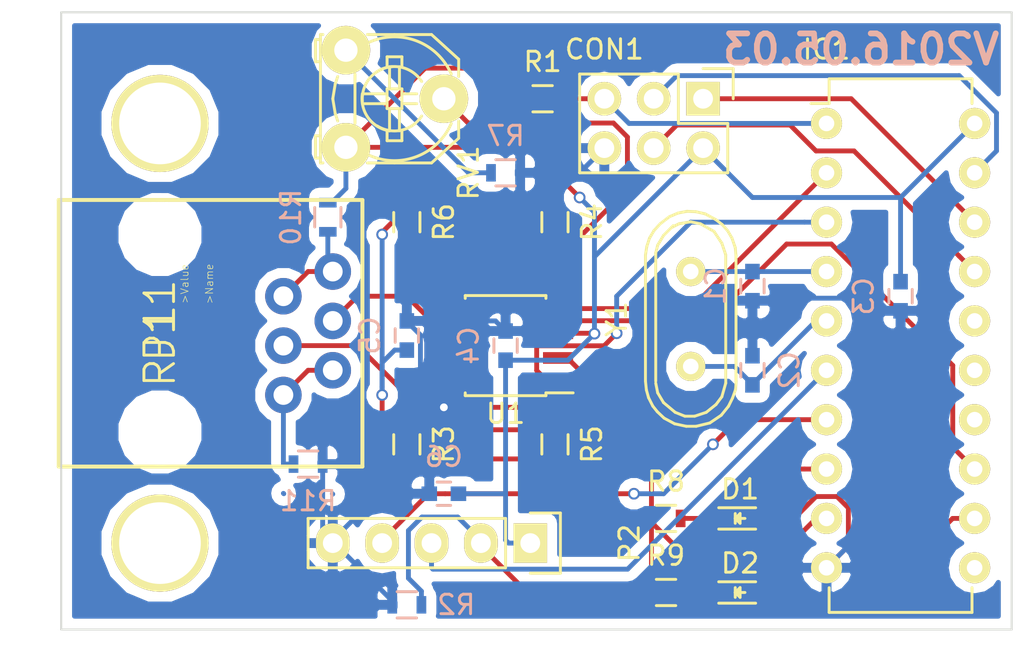
<source format=kicad_pcb>
(kicad_pcb (version 4) (host pcbnew 4.0.2+dfsg1-stable)

  (general
    (links 59)
    (no_connects 0)
    (area 111.709999 117.424999 160.705001 149.275001)
    (thickness 1.6)
    (drawings 5)
    (tracks 208)
    (zones 0)
    (modules 28)
    (nets 30)
  )

  (page A4)
  (layers
    (0 F.Cu signal)
    (31 B.Cu signal)
    (32 B.Adhes user)
    (33 F.Adhes user)
    (34 B.Paste user)
    (35 F.Paste user)
    (36 B.SilkS user)
    (37 F.SilkS user)
    (38 B.Mask user)
    (39 F.Mask user)
    (40 Dwgs.User user)
    (41 Cmts.User user)
    (42 Eco1.User user)
    (43 Eco2.User user)
    (44 Edge.Cuts user)
    (45 Margin user)
    (46 B.CrtYd user)
    (47 F.CrtYd user)
    (48 B.Fab user)
    (49 F.Fab user)
  )

  (setup
    (last_trace_width 0.25)
    (trace_clearance 0.2)
    (zone_clearance 0.508)
    (zone_45_only no)
    (trace_min 0.2)
    (segment_width 0.2)
    (edge_width 0.1)
    (via_size 0.6)
    (via_drill 0.4)
    (via_min_size 0.4)
    (via_min_drill 0.3)
    (uvia_size 0.3)
    (uvia_drill 0.1)
    (uvias_allowed no)
    (uvia_min_size 0.2)
    (uvia_min_drill 0.1)
    (pcb_text_width 0.3)
    (pcb_text_size 1.5 1.5)
    (mod_edge_width 0.15)
    (mod_text_size 1 1)
    (mod_text_width 0.15)
    (pad_size 5 5)
    (pad_drill 4.2)
    (pad_to_mask_clearance 0)
    (aux_axis_origin 0 0)
    (visible_elements FFFEFF7F)
    (pcbplotparams
      (layerselection 0x010f0_80000001)
      (usegerberextensions true)
      (excludeedgelayer true)
      (linewidth 0.100000)
      (plotframeref false)
      (viasonmask false)
      (mode 1)
      (useauxorigin false)
      (hpglpennumber 1)
      (hpglpenspeed 20)
      (hpglpendiameter 15)
      (hpglpenoverlay 2)
      (psnegative false)
      (psa4output false)
      (plotreference true)
      (plotvalue true)
      (plotinvisibletext false)
      (padsonsilk false)
      (subtractmaskfromsilk false)
      (outputformat 1)
      (mirror false)
      (drillshape 0)
      (scaleselection 1)
      (outputdirectory /tmp/p))
  )

  (net 0 "")
  (net 1 "Net-(C1-Pad1)")
  (net 2 GND)
  (net 3 "Net-(C2-Pad1)")
  (net 4 VCC)
  (net 5 "Net-(C5-Pad2)")
  (net 6 MISO)
  (net 7 SCK)
  (net 8 MOSI)
  (net 9 RST)
  (net 10 "Net-(D1-Pad2)")
  (net 11 "Net-(D1-Pad1)")
  (net 12 "Net-(D2-Pad2)")
  (net 13 "Net-(D2-Pad1)")
  (net 14 AVR_RXD)
  (net 15 AVR_TXD)
  (net 16 INPUT_A)
  (net 17 INPUT_B)
  (net 18 "Net-(IC1-Pad11)")
  (net 19 LDR_OUT)
  (net 20 "Net-(IC1-Pad13)")
  (net 21 "Net-(IC1-Pad14)")
  (net 22 "Net-(IC1-Pad15)")
  (net 23 "Net-(IC1-Pad16)")
  (net 24 "Net-(P1-Pad1)")
  (net 25 CANL)
  (net 26 CANH)
  (net 27 "Net-(P1-Pad5)")
  (net 28 "Net-(R7-Pad2)")
  (net 29 "Net-(U1-Pad5)")

  (net_class Default "This is the default net class."
    (clearance 0.2)
    (trace_width 0.25)
    (via_dia 0.6)
    (via_drill 0.4)
    (uvia_dia 0.3)
    (uvia_drill 0.1)
    (add_net AVR_RXD)
    (add_net AVR_TXD)
    (add_net CANH)
    (add_net CANL)
    (add_net GND)
    (add_net INPUT_A)
    (add_net INPUT_B)
    (add_net LDR_OUT)
    (add_net MISO)
    (add_net MOSI)
    (add_net "Net-(C1-Pad1)")
    (add_net "Net-(C2-Pad1)")
    (add_net "Net-(C5-Pad2)")
    (add_net "Net-(D1-Pad1)")
    (add_net "Net-(D1-Pad2)")
    (add_net "Net-(D2-Pad1)")
    (add_net "Net-(D2-Pad2)")
    (add_net "Net-(IC1-Pad11)")
    (add_net "Net-(IC1-Pad13)")
    (add_net "Net-(IC1-Pad14)")
    (add_net "Net-(IC1-Pad15)")
    (add_net "Net-(IC1-Pad16)")
    (add_net "Net-(P1-Pad1)")
    (add_net "Net-(P1-Pad5)")
    (add_net "Net-(R7-Pad2)")
    (add_net "Net-(U1-Pad5)")
    (add_net RST)
    (add_net SCK)
    (add_net VCC)
  )

  (module Connect:1pin (layer F.Cu) (tedit 571B5501) (tstamp 571B58C5)
    (at 116.84 144.78)
    (descr "module 1 pin (ou trou mecanique de percage)")
    (tags DEV)
    (fp_text reference REF** (at 0 -3.048) (layer F.SilkS) hide
      (effects (font (size 1 1) (thickness 0.15)))
    )
    (fp_text value 1pin (at 0 2.794) (layer F.Fab)
      (effects (font (size 1 1) (thickness 0.15)))
    )
    (fp_circle (center 0 0) (end 0 -2.286) (layer F.SilkS) (width 0.15))
    (pad 1 thru_hole circle (at 0 0) (size 5 5) (drill 4.2) (layers *.Cu *.Mask F.SilkS))
  )

  (module Capacitors_SMD:C_0603 (layer B.Cu) (tedit 5415D631) (tstamp 571B3B70)
    (at 147.32 131.56 270)
    (descr "Capacitor SMD 0603, reflow soldering, AVX (see smccp.pdf)")
    (tags "capacitor 0603")
    (path /57152702)
    (attr smd)
    (fp_text reference C1 (at 0 1.9 270) (layer B.SilkS)
      (effects (font (size 1 1) (thickness 0.15)) (justify mirror))
    )
    (fp_text value 22pF (at 0 -1.9 270) (layer B.Fab)
      (effects (font (size 1 1) (thickness 0.15)) (justify mirror))
    )
    (fp_line (start -1.45 0.75) (end 1.45 0.75) (layer B.CrtYd) (width 0.05))
    (fp_line (start -1.45 -0.75) (end 1.45 -0.75) (layer B.CrtYd) (width 0.05))
    (fp_line (start -1.45 0.75) (end -1.45 -0.75) (layer B.CrtYd) (width 0.05))
    (fp_line (start 1.45 0.75) (end 1.45 -0.75) (layer B.CrtYd) (width 0.05))
    (fp_line (start -0.35 0.6) (end 0.35 0.6) (layer B.SilkS) (width 0.15))
    (fp_line (start 0.35 -0.6) (end -0.35 -0.6) (layer B.SilkS) (width 0.15))
    (pad 1 smd rect (at -0.75 0 270) (size 0.8 0.75) (layers B.Cu B.Paste B.Mask)
      (net 1 "Net-(C1-Pad1)"))
    (pad 2 smd rect (at 0.75 0 270) (size 0.8 0.75) (layers B.Cu B.Paste B.Mask)
      (net 2 GND))
    (model Capacitors_SMD.3dshapes/C_0603.wrl
      (at (xyz 0 0 0))
      (scale (xyz 1 1 1))
      (rotate (xyz 0 0 0))
    )
  )

  (module Capacitors_SMD:C_0603 (layer B.Cu) (tedit 5415D631) (tstamp 571B3B76)
    (at 147.32 135.89 90)
    (descr "Capacitor SMD 0603, reflow soldering, AVX (see smccp.pdf)")
    (tags "capacitor 0603")
    (path /57152817)
    (attr smd)
    (fp_text reference C2 (at 0 1.9 90) (layer B.SilkS)
      (effects (font (size 1 1) (thickness 0.15)) (justify mirror))
    )
    (fp_text value 22pF (at 0 -1.9 90) (layer B.Fab)
      (effects (font (size 1 1) (thickness 0.15)) (justify mirror))
    )
    (fp_line (start -1.45 0.75) (end 1.45 0.75) (layer B.CrtYd) (width 0.05))
    (fp_line (start -1.45 -0.75) (end 1.45 -0.75) (layer B.CrtYd) (width 0.05))
    (fp_line (start -1.45 0.75) (end -1.45 -0.75) (layer B.CrtYd) (width 0.05))
    (fp_line (start 1.45 0.75) (end 1.45 -0.75) (layer B.CrtYd) (width 0.05))
    (fp_line (start -0.35 0.6) (end 0.35 0.6) (layer B.SilkS) (width 0.15))
    (fp_line (start 0.35 -0.6) (end -0.35 -0.6) (layer B.SilkS) (width 0.15))
    (pad 1 smd rect (at -0.75 0 90) (size 0.8 0.75) (layers B.Cu B.Paste B.Mask)
      (net 3 "Net-(C2-Pad1)"))
    (pad 2 smd rect (at 0.75 0 90) (size 0.8 0.75) (layers B.Cu B.Paste B.Mask)
      (net 2 GND))
    (model Capacitors_SMD.3dshapes/C_0603.wrl
      (at (xyz 0 0 0))
      (scale (xyz 1 1 1))
      (rotate (xyz 0 0 0))
    )
  )

  (module Capacitors_SMD:C_0603 (layer B.Cu) (tedit 5415D631) (tstamp 571B3B7C)
    (at 154.94 132.08 270)
    (descr "Capacitor SMD 0603, reflow soldering, AVX (see smccp.pdf)")
    (tags "capacitor 0603")
    (path /571524A5)
    (attr smd)
    (fp_text reference C3 (at 0 1.9 270) (layer B.SilkS)
      (effects (font (size 1 1) (thickness 0.15)) (justify mirror))
    )
    (fp_text value 0.1uF (at 0 -1.9 270) (layer B.Fab)
      (effects (font (size 1 1) (thickness 0.15)) (justify mirror))
    )
    (fp_line (start -1.45 0.75) (end 1.45 0.75) (layer B.CrtYd) (width 0.05))
    (fp_line (start -1.45 -0.75) (end 1.45 -0.75) (layer B.CrtYd) (width 0.05))
    (fp_line (start -1.45 0.75) (end -1.45 -0.75) (layer B.CrtYd) (width 0.05))
    (fp_line (start 1.45 0.75) (end 1.45 -0.75) (layer B.CrtYd) (width 0.05))
    (fp_line (start -0.35 0.6) (end 0.35 0.6) (layer B.SilkS) (width 0.15))
    (fp_line (start 0.35 -0.6) (end -0.35 -0.6) (layer B.SilkS) (width 0.15))
    (pad 1 smd rect (at -0.75 0 270) (size 0.8 0.75) (layers B.Cu B.Paste B.Mask)
      (net 4 VCC))
    (pad 2 smd rect (at 0.75 0 270) (size 0.8 0.75) (layers B.Cu B.Paste B.Mask)
      (net 2 GND))
    (model Capacitors_SMD.3dshapes/C_0603.wrl
      (at (xyz 0 0 0))
      (scale (xyz 1 1 1))
      (rotate (xyz 0 0 0))
    )
  )

  (module Capacitors_SMD:C_0603 (layer B.Cu) (tedit 5415D631) (tstamp 571B3B82)
    (at 134.62 134.62 270)
    (descr "Capacitor SMD 0603, reflow soldering, AVX (see smccp.pdf)")
    (tags "capacitor 0603")
    (path /57153474)
    (attr smd)
    (fp_text reference C4 (at 0 1.9 270) (layer B.SilkS)
      (effects (font (size 1 1) (thickness 0.15)) (justify mirror))
    )
    (fp_text value 0.1uF (at 0 -1.9 270) (layer B.Fab)
      (effects (font (size 1 1) (thickness 0.15)) (justify mirror))
    )
    (fp_line (start -1.45 0.75) (end 1.45 0.75) (layer B.CrtYd) (width 0.05))
    (fp_line (start -1.45 -0.75) (end 1.45 -0.75) (layer B.CrtYd) (width 0.05))
    (fp_line (start -1.45 0.75) (end -1.45 -0.75) (layer B.CrtYd) (width 0.05))
    (fp_line (start 1.45 0.75) (end 1.45 -0.75) (layer B.CrtYd) (width 0.05))
    (fp_line (start -0.35 0.6) (end 0.35 0.6) (layer B.SilkS) (width 0.15))
    (fp_line (start 0.35 -0.6) (end -0.35 -0.6) (layer B.SilkS) (width 0.15))
    (pad 1 smd rect (at -0.75 0 270) (size 0.8 0.75) (layers B.Cu B.Paste B.Mask)
      (net 2 GND))
    (pad 2 smd rect (at 0.75 0 270) (size 0.8 0.75) (layers B.Cu B.Paste B.Mask)
      (net 4 VCC))
    (model Capacitors_SMD.3dshapes/C_0603.wrl
      (at (xyz 0 0 0))
      (scale (xyz 1 1 1))
      (rotate (xyz 0 0 0))
    )
  )

  (module Capacitors_SMD:C_0603 (layer B.Cu) (tedit 5415D631) (tstamp 571B3B88)
    (at 129.54 134.1 270)
    (descr "Capacitor SMD 0603, reflow soldering, AVX (see smccp.pdf)")
    (tags "capacitor 0603")
    (path /57166636)
    (attr smd)
    (fp_text reference C5 (at 0 1.9 270) (layer B.SilkS)
      (effects (font (size 1 1) (thickness 0.15)) (justify mirror))
    )
    (fp_text value 100nF (at 0 -1.9 270) (layer B.Fab)
      (effects (font (size 1 1) (thickness 0.15)) (justify mirror))
    )
    (fp_line (start -1.45 0.75) (end 1.45 0.75) (layer B.CrtYd) (width 0.05))
    (fp_line (start -1.45 -0.75) (end 1.45 -0.75) (layer B.CrtYd) (width 0.05))
    (fp_line (start -1.45 0.75) (end -1.45 -0.75) (layer B.CrtYd) (width 0.05))
    (fp_line (start 1.45 0.75) (end 1.45 -0.75) (layer B.CrtYd) (width 0.05))
    (fp_line (start -0.35 0.6) (end 0.35 0.6) (layer B.SilkS) (width 0.15))
    (fp_line (start 0.35 -0.6) (end -0.35 -0.6) (layer B.SilkS) (width 0.15))
    (pad 1 smd rect (at -0.75 0 270) (size 0.8 0.75) (layers B.Cu B.Paste B.Mask)
      (net 2 GND))
    (pad 2 smd rect (at 0.75 0 270) (size 0.8 0.75) (layers B.Cu B.Paste B.Mask)
      (net 5 "Net-(C5-Pad2)"))
    (model Capacitors_SMD.3dshapes/C_0603.wrl
      (at (xyz 0 0 0))
      (scale (xyz 1 1 1))
      (rotate (xyz 0 0 0))
    )
  )

  (module Capacitors_SMD:C_0603 (layer B.Cu) (tedit 5415D631) (tstamp 571B3B8E)
    (at 131.445 142.24 180)
    (descr "Capacitor SMD 0603, reflow soldering, AVX (see smccp.pdf)")
    (tags "capacitor 0603")
    (path /5718EF45)
    (attr smd)
    (fp_text reference C6 (at 0 1.9 180) (layer B.SilkS)
      (effects (font (size 1 1) (thickness 0.15)) (justify mirror))
    )
    (fp_text value 2.2uF (at 0 -1.9 180) (layer B.Fab)
      (effects (font (size 1 1) (thickness 0.15)) (justify mirror))
    )
    (fp_line (start -1.45 0.75) (end 1.45 0.75) (layer B.CrtYd) (width 0.05))
    (fp_line (start -1.45 -0.75) (end 1.45 -0.75) (layer B.CrtYd) (width 0.05))
    (fp_line (start -1.45 0.75) (end -1.45 -0.75) (layer B.CrtYd) (width 0.05))
    (fp_line (start 1.45 0.75) (end 1.45 -0.75) (layer B.CrtYd) (width 0.05))
    (fp_line (start -0.35 0.6) (end 0.35 0.6) (layer B.SilkS) (width 0.15))
    (fp_line (start 0.35 -0.6) (end -0.35 -0.6) (layer B.SilkS) (width 0.15))
    (pad 1 smd rect (at -0.75 0 180) (size 0.8 0.75) (layers B.Cu B.Paste B.Mask)
      (net 4 VCC))
    (pad 2 smd rect (at 0.75 0 180) (size 0.8 0.75) (layers B.Cu B.Paste B.Mask)
      (net 2 GND))
    (model Capacitors_SMD.3dshapes/C_0603.wrl
      (at (xyz 0 0 0))
      (scale (xyz 1 1 1))
      (rotate (xyz 0 0 0))
    )
  )

  (module Pin_Headers:Pin_Header_Straight_2x03 (layer F.Cu) (tedit 54EA0A4B) (tstamp 571B3B98)
    (at 144.78 121.92 270)
    (descr "Through hole pin header")
    (tags "pin header")
    (path /5715221D)
    (fp_text reference CON1 (at -2.54 5.08 360) (layer F.SilkS)
      (effects (font (size 1 1) (thickness 0.15)))
    )
    (fp_text value AVR-ISP-6 (at -2.54 2.54 360) (layer F.Fab)
      (effects (font (size 1 1) (thickness 0.15)))
    )
    (fp_line (start -1.27 1.27) (end -1.27 6.35) (layer F.SilkS) (width 0.15))
    (fp_line (start -1.55 -1.55) (end 0 -1.55) (layer F.SilkS) (width 0.15))
    (fp_line (start -1.75 -1.75) (end -1.75 6.85) (layer F.CrtYd) (width 0.05))
    (fp_line (start 4.3 -1.75) (end 4.3 6.85) (layer F.CrtYd) (width 0.05))
    (fp_line (start -1.75 -1.75) (end 4.3 -1.75) (layer F.CrtYd) (width 0.05))
    (fp_line (start -1.75 6.85) (end 4.3 6.85) (layer F.CrtYd) (width 0.05))
    (fp_line (start 1.27 -1.27) (end 1.27 1.27) (layer F.SilkS) (width 0.15))
    (fp_line (start 1.27 1.27) (end -1.27 1.27) (layer F.SilkS) (width 0.15))
    (fp_line (start -1.27 6.35) (end 3.81 6.35) (layer F.SilkS) (width 0.15))
    (fp_line (start 3.81 6.35) (end 3.81 1.27) (layer F.SilkS) (width 0.15))
    (fp_line (start -1.55 -1.55) (end -1.55 0) (layer F.SilkS) (width 0.15))
    (fp_line (start 3.81 -1.27) (end 1.27 -1.27) (layer F.SilkS) (width 0.15))
    (fp_line (start 3.81 1.27) (end 3.81 -1.27) (layer F.SilkS) (width 0.15))
    (pad 1 thru_hole rect (at 0 0 270) (size 1.7272 1.7272) (drill 1.016) (layers *.Cu *.Mask F.SilkS)
      (net 6 MISO))
    (pad 2 thru_hole oval (at 2.54 0 270) (size 1.7272 1.7272) (drill 1.016) (layers *.Cu *.Mask F.SilkS)
      (net 4 VCC))
    (pad 3 thru_hole oval (at 0 2.54 270) (size 1.7272 1.7272) (drill 1.016) (layers *.Cu *.Mask F.SilkS)
      (net 7 SCK))
    (pad 4 thru_hole oval (at 2.54 2.54 270) (size 1.7272 1.7272) (drill 1.016) (layers *.Cu *.Mask F.SilkS)
      (net 8 MOSI))
    (pad 5 thru_hole oval (at 0 5.08 270) (size 1.7272 1.7272) (drill 1.016) (layers *.Cu *.Mask F.SilkS)
      (net 9 RST))
    (pad 6 thru_hole oval (at 2.54 5.08 270) (size 1.7272 1.7272) (drill 1.016) (layers *.Cu *.Mask F.SilkS)
      (net 2 GND))
    (model Pin_Headers.3dshapes/Pin_Header_Straight_2x03.wrl
      (at (xyz 0.05 -0.1 0))
      (scale (xyz 1 1 1))
      (rotate (xyz 0 0 90))
    )
  )

  (module LEDs:LED_0603 (layer F.Cu) (tedit 55BDE255) (tstamp 571B3B9E)
    (at 146.685 143.51)
    (descr "LED 0603 smd package")
    (tags "LED led 0603 SMD smd SMT smt smdled SMDLED smtled SMTLED")
    (path /57166E68)
    (attr smd)
    (fp_text reference D1 (at 0 -1.5) (layer F.SilkS)
      (effects (font (size 1 1) (thickness 0.15)))
    )
    (fp_text value LED (at 0 1.5) (layer F.Fab)
      (effects (font (size 1 1) (thickness 0.15)))
    )
    (fp_line (start -1.1 0.55) (end 0.8 0.55) (layer F.SilkS) (width 0.15))
    (fp_line (start -1.1 -0.55) (end 0.8 -0.55) (layer F.SilkS) (width 0.15))
    (fp_line (start -0.2 0) (end 0.25 0) (layer F.SilkS) (width 0.15))
    (fp_line (start -0.25 -0.25) (end -0.25 0.25) (layer F.SilkS) (width 0.15))
    (fp_line (start -0.25 0) (end 0 -0.25) (layer F.SilkS) (width 0.15))
    (fp_line (start 0 -0.25) (end 0 0.25) (layer F.SilkS) (width 0.15))
    (fp_line (start 0 0.25) (end -0.25 0) (layer F.SilkS) (width 0.15))
    (fp_line (start 1.4 -0.75) (end 1.4 0.75) (layer F.CrtYd) (width 0.05))
    (fp_line (start 1.4 0.75) (end -1.4 0.75) (layer F.CrtYd) (width 0.05))
    (fp_line (start -1.4 0.75) (end -1.4 -0.75) (layer F.CrtYd) (width 0.05))
    (fp_line (start -1.4 -0.75) (end 1.4 -0.75) (layer F.CrtYd) (width 0.05))
    (pad 2 smd rect (at 0.7493 0 180) (size 0.79756 0.79756) (layers F.Cu F.Paste F.Mask)
      (net 10 "Net-(D1-Pad2)"))
    (pad 1 smd rect (at -0.7493 0 180) (size 0.79756 0.79756) (layers F.Cu F.Paste F.Mask)
      (net 11 "Net-(D1-Pad1)"))
    (model LEDs.3dshapes/LED_0603.wrl
      (at (xyz 0 0 0))
      (scale (xyz 1 1 1))
      (rotate (xyz 0 0 180))
    )
  )

  (module LEDs:LED_0603 (layer F.Cu) (tedit 55BDE255) (tstamp 571B3BA4)
    (at 146.685 147.32)
    (descr "LED 0603 smd package")
    (tags "LED led 0603 SMD smd SMT smt smdled SMDLED smtled SMTLED")
    (path /57167246)
    (attr smd)
    (fp_text reference D2 (at 0 -1.5) (layer F.SilkS)
      (effects (font (size 1 1) (thickness 0.15)))
    )
    (fp_text value LED (at 0 1.5) (layer F.Fab)
      (effects (font (size 1 1) (thickness 0.15)))
    )
    (fp_line (start -1.1 0.55) (end 0.8 0.55) (layer F.SilkS) (width 0.15))
    (fp_line (start -1.1 -0.55) (end 0.8 -0.55) (layer F.SilkS) (width 0.15))
    (fp_line (start -0.2 0) (end 0.25 0) (layer F.SilkS) (width 0.15))
    (fp_line (start -0.25 -0.25) (end -0.25 0.25) (layer F.SilkS) (width 0.15))
    (fp_line (start -0.25 0) (end 0 -0.25) (layer F.SilkS) (width 0.15))
    (fp_line (start 0 -0.25) (end 0 0.25) (layer F.SilkS) (width 0.15))
    (fp_line (start 0 0.25) (end -0.25 0) (layer F.SilkS) (width 0.15))
    (fp_line (start 1.4 -0.75) (end 1.4 0.75) (layer F.CrtYd) (width 0.05))
    (fp_line (start 1.4 0.75) (end -1.4 0.75) (layer F.CrtYd) (width 0.05))
    (fp_line (start -1.4 0.75) (end -1.4 -0.75) (layer F.CrtYd) (width 0.05))
    (fp_line (start -1.4 -0.75) (end 1.4 -0.75) (layer F.CrtYd) (width 0.05))
    (pad 2 smd rect (at 0.7493 0 180) (size 0.79756 0.79756) (layers F.Cu F.Paste F.Mask)
      (net 12 "Net-(D2-Pad2)"))
    (pad 1 smd rect (at -0.7493 0 180) (size 0.79756 0.79756) (layers F.Cu F.Paste F.Mask)
      (net 13 "Net-(D2-Pad1)"))
    (model LEDs.3dshapes/LED_0603.wrl
      (at (xyz 0 0 0))
      (scale (xyz 1 1 1))
      (rotate (xyz 0 0 180))
    )
  )

  (module Housings_DIP:DIP-20_W7.62mm (layer F.Cu) (tedit 54130A77) (tstamp 571B3BBC)
    (at 151.13 123.19)
    (descr "20-lead dip package, row spacing 7.62 mm (300 mils)")
    (tags "dil dip 2.54 300")
    (path /571521B1)
    (fp_text reference IC1 (at 0 -3.81) (layer F.SilkS)
      (effects (font (size 1 1) (thickness 0.15)))
    )
    (fp_text value ATTINY2313-P (at 3.81 -3.72) (layer F.Fab)
      (effects (font (size 1 1) (thickness 0.15)))
    )
    (fp_line (start -1.05 -2.45) (end -1.05 25.35) (layer F.CrtYd) (width 0.05))
    (fp_line (start 8.65 -2.45) (end 8.65 25.35) (layer F.CrtYd) (width 0.05))
    (fp_line (start -1.05 -2.45) (end 8.65 -2.45) (layer F.CrtYd) (width 0.05))
    (fp_line (start -1.05 25.35) (end 8.65 25.35) (layer F.CrtYd) (width 0.05))
    (fp_line (start 0.135 -2.295) (end 0.135 -1.025) (layer F.SilkS) (width 0.15))
    (fp_line (start 7.485 -2.295) (end 7.485 -1.025) (layer F.SilkS) (width 0.15))
    (fp_line (start 7.485 25.155) (end 7.485 23.885) (layer F.SilkS) (width 0.15))
    (fp_line (start 0.135 25.155) (end 0.135 23.885) (layer F.SilkS) (width 0.15))
    (fp_line (start 0.135 -2.295) (end 7.485 -2.295) (layer F.SilkS) (width 0.15))
    (fp_line (start 0.135 25.155) (end 7.485 25.155) (layer F.SilkS) (width 0.15))
    (fp_line (start 0.135 -1.025) (end -0.8 -1.025) (layer F.SilkS) (width 0.15))
    (pad 1 thru_hole oval (at 0 0) (size 1.6 1.6) (drill 0.8) (layers *.Cu *.Mask F.SilkS)
      (net 9 RST))
    (pad 2 thru_hole oval (at 0 2.54) (size 1.6 1.6) (drill 0.8) (layers *.Cu *.Mask F.SilkS)
      (net 14 AVR_RXD))
    (pad 3 thru_hole oval (at 0 5.08) (size 1.6 1.6) (drill 0.8) (layers *.Cu *.Mask F.SilkS)
      (net 15 AVR_TXD))
    (pad 4 thru_hole oval (at 0 7.62) (size 1.6 1.6) (drill 0.8) (layers *.Cu *.Mask F.SilkS)
      (net 1 "Net-(C1-Pad1)"))
    (pad 5 thru_hole oval (at 0 10.16) (size 1.6 1.6) (drill 0.8) (layers *.Cu *.Mask F.SilkS)
      (net 3 "Net-(C2-Pad1)"))
    (pad 6 thru_hole oval (at 0 12.7) (size 1.6 1.6) (drill 0.8) (layers *.Cu *.Mask F.SilkS)
      (net 16 INPUT_A))
    (pad 7 thru_hole oval (at 0 15.24) (size 1.6 1.6) (drill 0.8) (layers *.Cu *.Mask F.SilkS)
      (net 17 INPUT_B))
    (pad 8 thru_hole oval (at 0 17.78) (size 1.6 1.6) (drill 0.8) (layers *.Cu *.Mask F.SilkS)
      (net 10 "Net-(D1-Pad2)"))
    (pad 9 thru_hole oval (at 0 20.32) (size 1.6 1.6) (drill 0.8) (layers *.Cu *.Mask F.SilkS)
      (net 12 "Net-(D2-Pad2)"))
    (pad 10 thru_hole oval (at 0 22.86) (size 1.6 1.6) (drill 0.8) (layers *.Cu *.Mask F.SilkS)
      (net 2 GND))
    (pad 11 thru_hole oval (at 7.62 22.86) (size 1.6 1.6) (drill 0.8) (layers *.Cu *.Mask F.SilkS)
      (net 18 "Net-(IC1-Pad11)"))
    (pad 12 thru_hole oval (at 7.62 20.32) (size 1.6 1.6) (drill 0.8) (layers *.Cu *.Mask F.SilkS)
      (net 19 LDR_OUT))
    (pad 13 thru_hole oval (at 7.62 17.78) (size 1.6 1.6) (drill 0.8) (layers *.Cu *.Mask F.SilkS)
      (net 20 "Net-(IC1-Pad13)"))
    (pad 14 thru_hole oval (at 7.62 15.24) (size 1.6 1.6) (drill 0.8) (layers *.Cu *.Mask F.SilkS)
      (net 21 "Net-(IC1-Pad14)"))
    (pad 15 thru_hole oval (at 7.62 12.7) (size 1.6 1.6) (drill 0.8) (layers *.Cu *.Mask F.SilkS)
      (net 22 "Net-(IC1-Pad15)"))
    (pad 16 thru_hole oval (at 7.62 10.16) (size 1.6 1.6) (drill 0.8) (layers *.Cu *.Mask F.SilkS)
      (net 23 "Net-(IC1-Pad16)"))
    (pad 17 thru_hole oval (at 7.62 7.62) (size 1.6 1.6) (drill 0.8) (layers *.Cu *.Mask F.SilkS)
      (net 8 MOSI))
    (pad 18 thru_hole oval (at 7.62 5.08) (size 1.6 1.6) (drill 0.8) (layers *.Cu *.Mask F.SilkS)
      (net 6 MISO))
    (pad 19 thru_hole oval (at 7.62 2.54) (size 1.6 1.6) (drill 0.8) (layers *.Cu *.Mask F.SilkS)
      (net 7 SCK))
    (pad 20 thru_hole oval (at 7.62 0) (size 1.6 1.6) (drill 0.8) (layers *.Cu *.Mask F.SilkS)
      (net 4 VCC))
    (model Housings_DIP.3dshapes/DIP-20_W7.62mm.wrl
      (at (xyz 0 0 0))
      (scale (xyz 1 1 1))
      (rotate (xyz 0 0 0))
    )
  )

  (module SparkFun-Connectors:RJ11-6 (layer F.Cu) (tedit 0) (tstamp 571B3BC8)
    (at 116.84 133.985 270)
    (path /57155DC7)
    (fp_text reference P1 (at 0 0 270) (layer F.SilkS)
      (effects (font (thickness 0.15)))
    )
    (fp_text value RJ11 (at 0 0 270) (layer F.SilkS)
      (effects (font (thickness 0.15)))
    )
    (fp_line (start 6.858 5.207) (end 6.858 -10.414) (layer F.SilkS) (width 0.2032))
    (fp_line (start 6.858 -10.414) (end -6.858 -10.414) (layer F.SilkS) (width 0.2032))
    (fp_line (start -6.858 -10.414) (end -6.858 5.207) (layer F.SilkS) (width 0.2032))
    (fp_line (start 6.858 5.207) (end -6.858 5.207) (layer F.SilkS) (width 0.2032))
    (fp_line (start -6.858 5.207) (end -6.858 8.128) (layer Dwgs.User) (width 0.2032))
    (fp_line (start -6.858 8.128) (end 6.858 8.128) (layer Dwgs.User) (width 0.2032))
    (fp_line (start 6.858 8.128) (end 6.858 5.207) (layer Dwgs.User) (width 0.2032))
    (fp_text user >Name (at -2.54 -2.54 270) (layer F.SilkS)
      (effects (font (size 0.38608 0.38608) (thickness 0.032512)))
    )
    (fp_text user >Value (at -2.54 -1.27 270) (layer F.SilkS)
      (effects (font (size 0.38608 0.38608) (thickness 0.032512)))
    )
    (pad 1 thru_hole circle (at -3.175 -8.89 270) (size 1.8796 1.8796) (drill 1.016) (layers *.Cu *.Mask)
      (net 24 "Net-(P1-Pad1)"))
    (pad 2 thru_hole circle (at -1.905 -6.35 270) (size 1.8796 1.8796) (drill 1.016) (layers *.Cu *.Mask)
      (net 24 "Net-(P1-Pad1)"))
    (pad 3 thru_hole circle (at -0.635 -8.89 270) (size 1.8796 1.8796) (drill 1.016) (layers *.Cu *.Mask)
      (net 25 CANL))
    (pad 4 thru_hole circle (at 0.635 -6.35 270) (size 1.8796 1.8796) (drill 1.016) (layers *.Cu *.Mask)
      (net 26 CANH))
    (pad 5 thru_hole circle (at 1.905 -8.89 270) (size 1.8796 1.8796) (drill 1.016) (layers *.Cu *.Mask)
      (net 27 "Net-(P1-Pad5)"))
    (pad 6 thru_hole circle (at 3.175 -6.35 270) (size 1.8796 1.8796) (drill 1.016) (layers *.Cu *.Mask)
      (net 27 "Net-(P1-Pad5)"))
    (pad "" np_thru_hole circle (at -5.08 0 270) (size 3.2512 3.2512) (drill 3.2512) (layers *.Cu))
    (pad "" np_thru_hole circle (at 5.08 0 270) (size 3.2512 3.2512) (drill 3.2512) (layers *.Cu))
  )

  (module Pin_Headers:Pin_Header_Straight_1x05 (layer F.Cu) (tedit 54EA0684) (tstamp 571B3BD1)
    (at 135.89 144.78 270)
    (descr "Through hole pin header")
    (tags "pin header")
    (path /57153DB5)
    (fp_text reference P2 (at 0 -5.1 270) (layer F.SilkS)
      (effects (font (size 1 1) (thickness 0.15)))
    )
    (fp_text value CONN_01X05 (at 0 -3.1 270) (layer F.Fab)
      (effects (font (size 1 1) (thickness 0.15)))
    )
    (fp_line (start -1.55 0) (end -1.55 -1.55) (layer F.SilkS) (width 0.15))
    (fp_line (start -1.55 -1.55) (end 1.55 -1.55) (layer F.SilkS) (width 0.15))
    (fp_line (start 1.55 -1.55) (end 1.55 0) (layer F.SilkS) (width 0.15))
    (fp_line (start -1.75 -1.75) (end -1.75 11.95) (layer F.CrtYd) (width 0.05))
    (fp_line (start 1.75 -1.75) (end 1.75 11.95) (layer F.CrtYd) (width 0.05))
    (fp_line (start -1.75 -1.75) (end 1.75 -1.75) (layer F.CrtYd) (width 0.05))
    (fp_line (start -1.75 11.95) (end 1.75 11.95) (layer F.CrtYd) (width 0.05))
    (fp_line (start 1.27 1.27) (end 1.27 11.43) (layer F.SilkS) (width 0.15))
    (fp_line (start 1.27 11.43) (end -1.27 11.43) (layer F.SilkS) (width 0.15))
    (fp_line (start -1.27 11.43) (end -1.27 1.27) (layer F.SilkS) (width 0.15))
    (fp_line (start 1.27 1.27) (end -1.27 1.27) (layer F.SilkS) (width 0.15))
    (pad 1 thru_hole rect (at 0 0 270) (size 2.032 1.7272) (drill 1.016) (layers *.Cu *.Mask F.SilkS)
      (net 4 VCC))
    (pad 2 thru_hole oval (at 0 2.54 270) (size 2.032 1.7272) (drill 1.016) (layers *.Cu *.Mask F.SilkS)
      (net 19 LDR_OUT))
    (pad 3 thru_hole oval (at 0 5.08 270) (size 2.032 1.7272) (drill 1.016) (layers *.Cu *.Mask F.SilkS)
      (net 16 INPUT_A))
    (pad 4 thru_hole oval (at 0 7.62 270) (size 2.032 1.7272) (drill 1.016) (layers *.Cu *.Mask F.SilkS)
      (net 17 INPUT_B))
    (pad 5 thru_hole oval (at 0 10.16 270) (size 2.032 1.7272) (drill 1.016) (layers *.Cu *.Mask F.SilkS)
      (net 2 GND))
    (model Pin_Headers.3dshapes/Pin_Header_Straight_1x05.wrl
      (at (xyz 0 -0.2 0))
      (scale (xyz 1 1 1))
      (rotate (xyz 0 0 90))
    )
  )

  (module Resistors_SMD:R_0603 (layer F.Cu) (tedit 5415CC62) (tstamp 571B3BD7)
    (at 136.525 121.92)
    (descr "Resistor SMD 0603, reflow soldering, Vishay (see dcrcw.pdf)")
    (tags "resistor 0603")
    (path /571539D3)
    (attr smd)
    (fp_text reference R1 (at 0 -1.9) (layer F.SilkS)
      (effects (font (size 1 1) (thickness 0.15)))
    )
    (fp_text value 10k (at 0 1.9) (layer F.Fab)
      (effects (font (size 1 1) (thickness 0.15)))
    )
    (fp_line (start -1.3 -0.8) (end 1.3 -0.8) (layer F.CrtYd) (width 0.05))
    (fp_line (start -1.3 0.8) (end 1.3 0.8) (layer F.CrtYd) (width 0.05))
    (fp_line (start -1.3 -0.8) (end -1.3 0.8) (layer F.CrtYd) (width 0.05))
    (fp_line (start 1.3 -0.8) (end 1.3 0.8) (layer F.CrtYd) (width 0.05))
    (fp_line (start 0.5 0.675) (end -0.5 0.675) (layer F.SilkS) (width 0.15))
    (fp_line (start -0.5 -0.675) (end 0.5 -0.675) (layer F.SilkS) (width 0.15))
    (pad 1 smd rect (at -0.75 0) (size 0.5 0.9) (layers F.Cu F.Paste F.Mask)
      (net 4 VCC))
    (pad 2 smd rect (at 0.75 0) (size 0.5 0.9) (layers F.Cu F.Paste F.Mask)
      (net 9 RST))
    (model Resistors_SMD.3dshapes/R_0603.wrl
      (at (xyz 0 0 0))
      (scale (xyz 1 1 1))
      (rotate (xyz 0 0 0))
    )
  )

  (module Resistors_SMD:R_0603 (layer B.Cu) (tedit 5415CC62) (tstamp 571B3BDD)
    (at 129.54 147.955)
    (descr "Resistor SMD 0603, reflow soldering, Vishay (see dcrcw.pdf)")
    (tags "resistor 0603")
    (path /57154876)
    (attr smd)
    (fp_text reference R2 (at 2.54 0) (layer B.SilkS)
      (effects (font (size 1 1) (thickness 0.15)) (justify mirror))
    )
    (fp_text value 10k (at 0 -1.9) (layer B.Fab)
      (effects (font (size 1 1) (thickness 0.15)) (justify mirror))
    )
    (fp_line (start -1.3 0.8) (end 1.3 0.8) (layer B.CrtYd) (width 0.05))
    (fp_line (start -1.3 -0.8) (end 1.3 -0.8) (layer B.CrtYd) (width 0.05))
    (fp_line (start -1.3 0.8) (end -1.3 -0.8) (layer B.CrtYd) (width 0.05))
    (fp_line (start 1.3 0.8) (end 1.3 -0.8) (layer B.CrtYd) (width 0.05))
    (fp_line (start 0.5 -0.675) (end -0.5 -0.675) (layer B.SilkS) (width 0.15))
    (fp_line (start -0.5 0.675) (end 0.5 0.675) (layer B.SilkS) (width 0.15))
    (pad 1 smd rect (at -0.75 0) (size 0.5 0.9) (layers B.Cu B.Paste B.Mask)
      (net 2 GND))
    (pad 2 smd rect (at 0.75 0) (size 0.5 0.9) (layers B.Cu B.Paste B.Mask)
      (net 19 LDR_OUT))
    (model Resistors_SMD.3dshapes/R_0603.wrl
      (at (xyz 0 0 0))
      (scale (xyz 1 1 1))
      (rotate (xyz 0 0 0))
    )
  )

  (module Resistors_SMD:R_0603 (layer F.Cu) (tedit 5415CC62) (tstamp 571B3BE3)
    (at 129.54 139.7 270)
    (descr "Resistor SMD 0603, reflow soldering, Vishay (see dcrcw.pdf)")
    (tags "resistor 0603")
    (path /57152A3D)
    (attr smd)
    (fp_text reference R3 (at 0 -1.9 270) (layer F.SilkS)
      (effects (font (size 1 1) (thickness 0.15)))
    )
    (fp_text value 60 (at 0 1.9 270) (layer F.Fab)
      (effects (font (size 1 1) (thickness 0.15)))
    )
    (fp_line (start -1.3 -0.8) (end 1.3 -0.8) (layer F.CrtYd) (width 0.05))
    (fp_line (start -1.3 0.8) (end 1.3 0.8) (layer F.CrtYd) (width 0.05))
    (fp_line (start -1.3 -0.8) (end -1.3 0.8) (layer F.CrtYd) (width 0.05))
    (fp_line (start 1.3 -0.8) (end 1.3 0.8) (layer F.CrtYd) (width 0.05))
    (fp_line (start 0.5 0.675) (end -0.5 0.675) (layer F.SilkS) (width 0.15))
    (fp_line (start -0.5 -0.675) (end 0.5 -0.675) (layer F.SilkS) (width 0.15))
    (pad 1 smd rect (at -0.75 0 270) (size 0.5 0.9) (layers F.Cu F.Paste F.Mask)
      (net 26 CANH))
    (pad 2 smd rect (at 0.75 0 270) (size 0.5 0.9) (layers F.Cu F.Paste F.Mask)
      (net 5 "Net-(C5-Pad2)"))
    (model Resistors_SMD.3dshapes/R_0603.wrl
      (at (xyz 0 0 0))
      (scale (xyz 1 1 1))
      (rotate (xyz 0 0 0))
    )
  )

  (module Resistors_SMD:R_0603 (layer F.Cu) (tedit 5415CC62) (tstamp 571B3BE9)
    (at 137.16 128.27 270)
    (descr "Resistor SMD 0603, reflow soldering, Vishay (see dcrcw.pdf)")
    (tags "resistor 0603")
    (path /57152CBF)
    (attr smd)
    (fp_text reference R4 (at 0 -1.9 270) (layer F.SilkS)
      (effects (font (size 1 1) (thickness 0.15)))
    )
    (fp_text value 60 (at 0 1.9 270) (layer F.Fab)
      (effects (font (size 1 1) (thickness 0.15)))
    )
    (fp_line (start -1.3 -0.8) (end 1.3 -0.8) (layer F.CrtYd) (width 0.05))
    (fp_line (start -1.3 0.8) (end 1.3 0.8) (layer F.CrtYd) (width 0.05))
    (fp_line (start -1.3 -0.8) (end -1.3 0.8) (layer F.CrtYd) (width 0.05))
    (fp_line (start 1.3 -0.8) (end 1.3 0.8) (layer F.CrtYd) (width 0.05))
    (fp_line (start 0.5 0.675) (end -0.5 0.675) (layer F.SilkS) (width 0.15))
    (fp_line (start -0.5 -0.675) (end 0.5 -0.675) (layer F.SilkS) (width 0.15))
    (pad 1 smd rect (at -0.75 0 270) (size 0.5 0.9) (layers F.Cu F.Paste F.Mask)
      (net 5 "Net-(C5-Pad2)"))
    (pad 2 smd rect (at 0.75 0 270) (size 0.5 0.9) (layers F.Cu F.Paste F.Mask)
      (net 25 CANL))
    (model Resistors_SMD.3dshapes/R_0603.wrl
      (at (xyz 0 0 0))
      (scale (xyz 1 1 1))
      (rotate (xyz 0 0 0))
    )
  )

  (module Resistors_SMD:R_0603 (layer F.Cu) (tedit 5415CC62) (tstamp 571B3BEF)
    (at 137.16 139.7 270)
    (descr "Resistor SMD 0603, reflow soldering, Vishay (see dcrcw.pdf)")
    (tags "resistor 0603")
    (path /57152AD0)
    (attr smd)
    (fp_text reference R5 (at 0 -1.9 270) (layer F.SilkS)
      (effects (font (size 1 1) (thickness 0.15)))
    )
    (fp_text value 60 (at 0 1.9 270) (layer F.Fab)
      (effects (font (size 1 1) (thickness 0.15)))
    )
    (fp_line (start -1.3 -0.8) (end 1.3 -0.8) (layer F.CrtYd) (width 0.05))
    (fp_line (start -1.3 0.8) (end 1.3 0.8) (layer F.CrtYd) (width 0.05))
    (fp_line (start -1.3 -0.8) (end -1.3 0.8) (layer F.CrtYd) (width 0.05))
    (fp_line (start 1.3 -0.8) (end 1.3 0.8) (layer F.CrtYd) (width 0.05))
    (fp_line (start 0.5 0.675) (end -0.5 0.675) (layer F.SilkS) (width 0.15))
    (fp_line (start -0.5 -0.675) (end 0.5 -0.675) (layer F.SilkS) (width 0.15))
    (pad 1 smd rect (at -0.75 0 270) (size 0.5 0.9) (layers F.Cu F.Paste F.Mask)
      (net 26 CANH))
    (pad 2 smd rect (at 0.75 0 270) (size 0.5 0.9) (layers F.Cu F.Paste F.Mask)
      (net 5 "Net-(C5-Pad2)"))
    (model Resistors_SMD.3dshapes/R_0603.wrl
      (at (xyz 0 0 0))
      (scale (xyz 1 1 1))
      (rotate (xyz 0 0 0))
    )
  )

  (module Resistors_SMD:R_0603 (layer F.Cu) (tedit 5415CC62) (tstamp 571B3BF5)
    (at 129.54 128.27 270)
    (descr "Resistor SMD 0603, reflow soldering, Vishay (see dcrcw.pdf)")
    (tags "resistor 0603")
    (path /57152CF4)
    (attr smd)
    (fp_text reference R6 (at 0 -1.9 270) (layer F.SilkS)
      (effects (font (size 1 1) (thickness 0.15)))
    )
    (fp_text value 60 (at 0 1.9 270) (layer F.Fab)
      (effects (font (size 1 1) (thickness 0.15)))
    )
    (fp_line (start -1.3 -0.8) (end 1.3 -0.8) (layer F.CrtYd) (width 0.05))
    (fp_line (start -1.3 0.8) (end 1.3 0.8) (layer F.CrtYd) (width 0.05))
    (fp_line (start -1.3 -0.8) (end -1.3 0.8) (layer F.CrtYd) (width 0.05))
    (fp_line (start 1.3 -0.8) (end 1.3 0.8) (layer F.CrtYd) (width 0.05))
    (fp_line (start 0.5 0.675) (end -0.5 0.675) (layer F.SilkS) (width 0.15))
    (fp_line (start -0.5 -0.675) (end 0.5 -0.675) (layer F.SilkS) (width 0.15))
    (pad 1 smd rect (at -0.75 0 270) (size 0.5 0.9) (layers F.Cu F.Paste F.Mask)
      (net 5 "Net-(C5-Pad2)"))
    (pad 2 smd rect (at 0.75 0 270) (size 0.5 0.9) (layers F.Cu F.Paste F.Mask)
      (net 25 CANL))
    (model Resistors_SMD.3dshapes/R_0603.wrl
      (at (xyz 0 0 0))
      (scale (xyz 1 1 1))
      (rotate (xyz 0 0 0))
    )
  )

  (module Resistors_SMD:R_0603 (layer B.Cu) (tedit 5415CC62) (tstamp 571B3BFB)
    (at 134.62 125.73 180)
    (descr "Resistor SMD 0603, reflow soldering, Vishay (see dcrcw.pdf)")
    (tags "resistor 0603")
    (path /571552DC)
    (attr smd)
    (fp_text reference R7 (at 0 1.9 180) (layer B.SilkS)
      (effects (font (size 1 1) (thickness 0.15)) (justify mirror))
    )
    (fp_text value 0 (at 0 -1.9 180) (layer B.Fab)
      (effects (font (size 1 1) (thickness 0.15)) (justify mirror))
    )
    (fp_line (start -1.3 0.8) (end 1.3 0.8) (layer B.CrtYd) (width 0.05))
    (fp_line (start -1.3 -0.8) (end 1.3 -0.8) (layer B.CrtYd) (width 0.05))
    (fp_line (start -1.3 0.8) (end -1.3 -0.8) (layer B.CrtYd) (width 0.05))
    (fp_line (start 1.3 0.8) (end 1.3 -0.8) (layer B.CrtYd) (width 0.05))
    (fp_line (start 0.5 -0.675) (end -0.5 -0.675) (layer B.SilkS) (width 0.15))
    (fp_line (start -0.5 0.675) (end 0.5 0.675) (layer B.SilkS) (width 0.15))
    (pad 1 smd rect (at -0.75 0 180) (size 0.5 0.9) (layers B.Cu B.Paste B.Mask)
      (net 2 GND))
    (pad 2 smd rect (at 0.75 0 180) (size 0.5 0.9) (layers B.Cu B.Paste B.Mask)
      (net 28 "Net-(R7-Pad2)"))
    (model Resistors_SMD.3dshapes/R_0603.wrl
      (at (xyz 0 0 0))
      (scale (xyz 1 1 1))
      (rotate (xyz 0 0 0))
    )
  )

  (module Resistors_SMD:R_0603 (layer F.Cu) (tedit 5415CC62) (tstamp 571B3C01)
    (at 142.875 143.51)
    (descr "Resistor SMD 0603, reflow soldering, Vishay (see dcrcw.pdf)")
    (tags "resistor 0603")
    (path /571673AA)
    (attr smd)
    (fp_text reference R8 (at 0 -1.9) (layer F.SilkS)
      (effects (font (size 1 1) (thickness 0.15)))
    )
    (fp_text value 330 (at 0 1.9) (layer F.Fab)
      (effects (font (size 1 1) (thickness 0.15)))
    )
    (fp_line (start -1.3 -0.8) (end 1.3 -0.8) (layer F.CrtYd) (width 0.05))
    (fp_line (start -1.3 0.8) (end 1.3 0.8) (layer F.CrtYd) (width 0.05))
    (fp_line (start -1.3 -0.8) (end -1.3 0.8) (layer F.CrtYd) (width 0.05))
    (fp_line (start 1.3 -0.8) (end 1.3 0.8) (layer F.CrtYd) (width 0.05))
    (fp_line (start 0.5 0.675) (end -0.5 0.675) (layer F.SilkS) (width 0.15))
    (fp_line (start -0.5 -0.675) (end 0.5 -0.675) (layer F.SilkS) (width 0.15))
    (pad 1 smd rect (at -0.75 0) (size 0.5 0.9) (layers F.Cu F.Paste F.Mask)
      (net 2 GND))
    (pad 2 smd rect (at 0.75 0) (size 0.5 0.9) (layers F.Cu F.Paste F.Mask)
      (net 11 "Net-(D1-Pad1)"))
    (model Resistors_SMD.3dshapes/R_0603.wrl
      (at (xyz 0 0 0))
      (scale (xyz 1 1 1))
      (rotate (xyz 0 0 0))
    )
  )

  (module Resistors_SMD:R_0603 (layer F.Cu) (tedit 5415CC62) (tstamp 571B3C07)
    (at 142.875 147.32)
    (descr "Resistor SMD 0603, reflow soldering, Vishay (see dcrcw.pdf)")
    (tags "resistor 0603")
    (path /57167445)
    (attr smd)
    (fp_text reference R9 (at 0 -1.9) (layer F.SilkS)
      (effects (font (size 1 1) (thickness 0.15)))
    )
    (fp_text value 330 (at 0 1.9) (layer F.Fab)
      (effects (font (size 1 1) (thickness 0.15)))
    )
    (fp_line (start -1.3 -0.8) (end 1.3 -0.8) (layer F.CrtYd) (width 0.05))
    (fp_line (start -1.3 0.8) (end 1.3 0.8) (layer F.CrtYd) (width 0.05))
    (fp_line (start -1.3 -0.8) (end -1.3 0.8) (layer F.CrtYd) (width 0.05))
    (fp_line (start 1.3 -0.8) (end 1.3 0.8) (layer F.CrtYd) (width 0.05))
    (fp_line (start 0.5 0.675) (end -0.5 0.675) (layer F.SilkS) (width 0.15))
    (fp_line (start -0.5 -0.675) (end 0.5 -0.675) (layer F.SilkS) (width 0.15))
    (pad 1 smd rect (at -0.75 0) (size 0.5 0.9) (layers F.Cu F.Paste F.Mask)
      (net 2 GND))
    (pad 2 smd rect (at 0.75 0) (size 0.5 0.9) (layers F.Cu F.Paste F.Mask)
      (net 13 "Net-(D2-Pad1)"))
    (model Resistors_SMD.3dshapes/R_0603.wrl
      (at (xyz 0 0 0))
      (scale (xyz 1 1 1))
      (rotate (xyz 0 0 0))
    )
  )

  (module Resistors_SMD:R_0603 (layer B.Cu) (tedit 5415CC62) (tstamp 571B3C0D)
    (at 125.476 128.016 270)
    (descr "Resistor SMD 0603, reflow soldering, Vishay (see dcrcw.pdf)")
    (tags "resistor 0603")
    (path /571908F9)
    (attr smd)
    (fp_text reference R10 (at 0 1.9 270) (layer B.SilkS)
      (effects (font (size 1 1) (thickness 0.15)) (justify mirror))
    )
    (fp_text value FB (at 0 -1.9 270) (layer B.Fab)
      (effects (font (size 1 1) (thickness 0.15)) (justify mirror))
    )
    (fp_line (start -1.3 0.8) (end 1.3 0.8) (layer B.CrtYd) (width 0.05))
    (fp_line (start -1.3 -0.8) (end 1.3 -0.8) (layer B.CrtYd) (width 0.05))
    (fp_line (start -1.3 0.8) (end -1.3 -0.8) (layer B.CrtYd) (width 0.05))
    (fp_line (start 1.3 0.8) (end 1.3 -0.8) (layer B.CrtYd) (width 0.05))
    (fp_line (start 0.5 -0.675) (end -0.5 -0.675) (layer B.SilkS) (width 0.15))
    (fp_line (start -0.5 0.675) (end 0.5 0.675) (layer B.SilkS) (width 0.15))
    (pad 1 smd rect (at -0.75 0 270) (size 0.5 0.9) (layers B.Cu B.Paste B.Mask)
      (net 4 VCC))
    (pad 2 smd rect (at 0.75 0 270) (size 0.5 0.9) (layers B.Cu B.Paste B.Mask)
      (net 24 "Net-(P1-Pad1)"))
    (model Resistors_SMD.3dshapes/R_0603.wrl
      (at (xyz 0 0 0))
      (scale (xyz 1 1 1))
      (rotate (xyz 0 0 0))
    )
  )

  (module Resistors_SMD:R_0603 (layer B.Cu) (tedit 5415CC62) (tstamp 571B3C13)
    (at 124.46 140.716)
    (descr "Resistor SMD 0603, reflow soldering, Vishay (see dcrcw.pdf)")
    (tags "resistor 0603")
    (path /57191014)
    (attr smd)
    (fp_text reference R11 (at 0 1.9) (layer B.SilkS)
      (effects (font (size 1 1) (thickness 0.15)) (justify mirror))
    )
    (fp_text value FB (at 0 -1.9) (layer B.Fab)
      (effects (font (size 1 1) (thickness 0.15)) (justify mirror))
    )
    (fp_line (start -1.3 0.8) (end 1.3 0.8) (layer B.CrtYd) (width 0.05))
    (fp_line (start -1.3 -0.8) (end 1.3 -0.8) (layer B.CrtYd) (width 0.05))
    (fp_line (start -1.3 0.8) (end -1.3 -0.8) (layer B.CrtYd) (width 0.05))
    (fp_line (start 1.3 0.8) (end 1.3 -0.8) (layer B.CrtYd) (width 0.05))
    (fp_line (start 0.5 -0.675) (end -0.5 -0.675) (layer B.SilkS) (width 0.15))
    (fp_line (start -0.5 0.675) (end 0.5 0.675) (layer B.SilkS) (width 0.15))
    (pad 1 smd rect (at -0.75 0) (size 0.5 0.9) (layers B.Cu B.Paste B.Mask)
      (net 27 "Net-(P1-Pad5)"))
    (pad 2 smd rect (at 0.75 0) (size 0.5 0.9) (layers B.Cu B.Paste B.Mask)
      (net 2 GND))
    (model Resistors_SMD.3dshapes/R_0603.wrl
      (at (xyz 0 0 0))
      (scale (xyz 1 1 1))
      (rotate (xyz 0 0 0))
    )
  )

  (module Potentiometers:Potentiometer_Triwood_RM-065 (layer F.Cu) (tedit 53FABC1B) (tstamp 571B3C1A)
    (at 126.40564 119.42064 270)
    (descr "Potentiometer, Trimmer, RM-065")
    (tags "Potentiometer, Trimmer, RM-065")
    (path /57154F98)
    (fp_text reference RV1 (at 6.30936 -6.30936 270) (layer F.SilkS)
      (effects (font (size 1 1) (thickness 0.15)))
    )
    (fp_text value 10k (at 2.49936 2.58064 270) (layer F.Fab)
      (effects (font (size 1 1) (thickness 0.15)))
    )
    (fp_line (start 2.24536 -2.88036) (end 2.24536 -3.64236) (layer F.SilkS) (width 0.15))
    (fp_line (start 2.75336 -2.88036) (end 2.75336 -3.64236) (layer F.SilkS) (width 0.15))
    (fp_arc (start 2.49936 -2.49936) (end 4.15036 -2.24536) (angle 90) (layer F.SilkS) (width 0.15))
    (fp_arc (start 2.49936 -2.49936) (end 2.62636 -0.84836) (angle 90) (layer F.SilkS) (width 0.15))
    (fp_arc (start 2.49936 -2.49936) (end 3.38836 -3.89636) (angle 90) (layer F.SilkS) (width 0.15))
    (fp_arc (start 2.49936 -2.49936) (end 1.10236 -1.61036) (angle 90) (layer F.SilkS) (width 0.15))
    (fp_line (start -0.80264 1.31064) (end -0.80264 1.18364) (layer F.SilkS) (width 0.15))
    (fp_line (start -0.80264 -2.49936) (end -0.80264 -1.10236) (layer F.SilkS) (width 0.15))
    (fp_line (start 5.80136 1.31064) (end 5.80136 1.18364) (layer F.SilkS) (width 0.15))
    (fp_line (start 5.80136 -2.49936) (end 5.80136 -1.10236) (layer F.SilkS) (width 0.15))
    (fp_line (start 1.35636 0.42164) (end 1.73736 0.54864) (layer F.SilkS) (width 0.15))
    (fp_line (start 1.73736 0.54864) (end 2.49936 0.67564) (layer F.SilkS) (width 0.15))
    (fp_line (start 2.49936 0.67564) (end 3.26136 0.54864) (layer F.SilkS) (width 0.15))
    (fp_line (start 3.26136 0.54864) (end 3.64236 0.42164) (layer F.SilkS) (width 0.15))
    (fp_line (start 1.22936 -0.46736) (end 3.76936 -0.46736) (layer F.SilkS) (width 0.15))
    (fp_arc (start 2.49936 -2.49936) (end 3.76936 -5.42036) (angle 90) (layer F.SilkS) (width 0.15))
    (fp_arc (start 2.49936 -2.49936) (end -0.42164 -1.22936) (angle 90) (layer F.SilkS) (width 0.15))
    (fp_line (start 4.53136 -5.80136) (end 3.64236 -5.80136) (layer F.SilkS) (width 0.15))
    (fp_line (start 1.35636 -5.80136) (end 0.46736 -5.80136) (layer F.SilkS) (width 0.15))
    (fp_line (start 4.15036 -2.88036) (end 4.65836 -2.88036) (layer F.SilkS) (width 0.15))
    (fp_line (start 4.65836 -2.88036) (end 4.65836 -2.11836) (layer F.SilkS) (width 0.15))
    (fp_line (start 4.65836 -2.11836) (end 4.15036 -2.11836) (layer F.SilkS) (width 0.15))
    (fp_line (start 0.84836 -2.88036) (end 0.34036 -2.88036) (layer F.SilkS) (width 0.15))
    (fp_line (start 0.34036 -2.88036) (end 0.34036 -2.11836) (layer F.SilkS) (width 0.15))
    (fp_line (start 0.34036 -2.11836) (end 0.84836 -2.11836) (layer F.SilkS) (width 0.15))
    (fp_line (start 3.00736 -2.24536) (end 4.15036 -2.24536) (layer F.SilkS) (width 0.15))
    (fp_line (start 3.00736 -2.75336) (end 4.15036 -2.75336) (layer F.SilkS) (width 0.15))
    (fp_line (start 1.99136 -2.24536) (end 0.84836 -2.24536) (layer F.SilkS) (width 0.15))
    (fp_line (start 1.99136 -2.75336) (end 0.84836 -2.75336) (layer F.SilkS) (width 0.15))
    (fp_line (start 2.75336 -2.11836) (end 2.75336 -0.84836) (layer F.SilkS) (width 0.15))
    (fp_line (start 2.24536 -2.11836) (end 2.24536 -0.84836) (layer F.SilkS) (width 0.15))
    (fp_line (start 1.99136 -2.88036) (end 1.99136 -2.11836) (layer F.SilkS) (width 0.15))
    (fp_line (start 1.99136 -2.11836) (end 3.00736 -2.11836) (layer F.SilkS) (width 0.15))
    (fp_line (start 3.00736 -2.11836) (end 3.00736 -2.88036) (layer F.SilkS) (width 0.15))
    (fp_line (start 3.00736 -2.88036) (end 1.99136 -2.88036) (layer F.SilkS) (width 0.15))
    (fp_line (start 0.46736 -5.80136) (end -0.80264 -4.40436) (layer F.SilkS) (width 0.15))
    (fp_line (start -0.80264 -4.40436) (end -0.80264 -2.49936) (layer F.SilkS) (width 0.15))
    (fp_line (start 4.53136 -5.80136) (end 5.80136 -4.40436) (layer F.SilkS) (width 0.15))
    (fp_line (start 5.80136 -4.40436) (end 5.80136 -2.49936) (layer F.SilkS) (width 0.15))
    (fp_line (start 5.54736 1.31064) (end 5.54736 1.56464) (layer F.SilkS) (width 0.15))
    (fp_line (start 5.54736 1.56464) (end 4.40436 1.56464) (layer F.SilkS) (width 0.15))
    (fp_line (start 4.40436 1.56464) (end 4.40436 1.31064) (layer F.SilkS) (width 0.15))
    (fp_line (start -0.54864 1.31064) (end -0.54864 1.56464) (layer F.SilkS) (width 0.15))
    (fp_line (start -0.54864 1.56464) (end 0.59436 1.56464) (layer F.SilkS) (width 0.15))
    (fp_line (start 0.59436 1.56464) (end 0.59436 1.31064) (layer F.SilkS) (width 0.15))
    (fp_line (start -0.80264 1.31064) (end 5.80136 1.31064) (layer F.SilkS) (width 0.15))
    (pad 2 thru_hole circle (at 2.49936 -5.03936 270) (size 2.49936 2.49936) (drill 1.19888) (layers *.Cu *.Mask F.SilkS)
      (net 20 "Net-(IC1-Pad13)"))
    (pad 3 thru_hole circle (at 4.99872 0 270) (size 2.49936 2.49936) (drill 1.19888) (layers *.Cu *.Mask F.SilkS)
      (net 4 VCC))
    (pad 1 thru_hole circle (at 0 0 270) (size 2.49936 2.49936) (drill 1.19888) (layers *.Cu *.Mask F.SilkS)
      (net 28 "Net-(R7-Pad2)"))
    (model Potentiometers.3dshapes/Potentiometer_Triwood_RM-065.wrl
      (at (xyz 0 0 0))
      (scale (xyz 4 4 4))
      (rotate (xyz 0 0 0))
    )
  )

  (module Housings_SOIC:SOIC-8_3.9x4.9mm_Pitch1.27mm (layer F.Cu) (tedit 54130A77) (tstamp 571B3C26)
    (at 134.62 134.62 180)
    (descr "8-Lead Plastic Small Outline (SN) - Narrow, 3.90 mm Body [SOIC] (see Microchip Packaging Specification 00000049BS.pdf)")
    (tags "SOIC 1.27")
    (path /571529EA)
    (attr smd)
    (fp_text reference U1 (at 0 -3.5 180) (layer F.SilkS)
      (effects (font (size 1 1) (thickness 0.15)))
    )
    (fp_text value PCA82C250 (at 0 3.5 180) (layer F.Fab)
      (effects (font (size 1 1) (thickness 0.15)))
    )
    (fp_line (start -3.75 -2.75) (end -3.75 2.75) (layer F.CrtYd) (width 0.05))
    (fp_line (start 3.75 -2.75) (end 3.75 2.75) (layer F.CrtYd) (width 0.05))
    (fp_line (start -3.75 -2.75) (end 3.75 -2.75) (layer F.CrtYd) (width 0.05))
    (fp_line (start -3.75 2.75) (end 3.75 2.75) (layer F.CrtYd) (width 0.05))
    (fp_line (start -2.075 -2.575) (end -2.075 -2.43) (layer F.SilkS) (width 0.15))
    (fp_line (start 2.075 -2.575) (end 2.075 -2.43) (layer F.SilkS) (width 0.15))
    (fp_line (start 2.075 2.575) (end 2.075 2.43) (layer F.SilkS) (width 0.15))
    (fp_line (start -2.075 2.575) (end -2.075 2.43) (layer F.SilkS) (width 0.15))
    (fp_line (start -2.075 -2.575) (end 2.075 -2.575) (layer F.SilkS) (width 0.15))
    (fp_line (start -2.075 2.575) (end 2.075 2.575) (layer F.SilkS) (width 0.15))
    (fp_line (start -2.075 -2.43) (end -3.475 -2.43) (layer F.SilkS) (width 0.15))
    (pad 1 smd rect (at -2.7 -1.905 180) (size 1.55 0.6) (layers F.Cu F.Paste F.Mask)
      (net 15 AVR_TXD))
    (pad 2 smd rect (at -2.7 -0.635 180) (size 1.55 0.6) (layers F.Cu F.Paste F.Mask)
      (net 2 GND))
    (pad 3 smd rect (at -2.7 0.635 180) (size 1.55 0.6) (layers F.Cu F.Paste F.Mask)
      (net 4 VCC))
    (pad 4 smd rect (at -2.7 1.905 180) (size 1.55 0.6) (layers F.Cu F.Paste F.Mask)
      (net 14 AVR_RXD))
    (pad 5 smd rect (at 2.7 1.905 180) (size 1.55 0.6) (layers F.Cu F.Paste F.Mask)
      (net 29 "Net-(U1-Pad5)"))
    (pad 6 smd rect (at 2.7 0.635 180) (size 1.55 0.6) (layers F.Cu F.Paste F.Mask)
      (net 25 CANL))
    (pad 7 smd rect (at 2.7 -0.635 180) (size 1.55 0.6) (layers F.Cu F.Paste F.Mask)
      (net 26 CANH))
    (pad 8 smd rect (at 2.7 -1.905 180) (size 1.55 0.6) (layers F.Cu F.Paste F.Mask)
      (net 2 GND))
    (model Housings_SOIC.3dshapes/SOIC-8_3.9x4.9mm_Pitch1.27mm.wrl
      (at (xyz 0 0 0))
      (scale (xyz 1 1 1))
      (rotate (xyz 0 0 0))
    )
  )

  (module Crystals:Crystal_HC49-U_Vertical (layer F.Cu) (tedit 0) (tstamp 571B3C2C)
    (at 144.145 133.25094 90)
    (descr "Crystal, Quarz, HC49/U, vertical, stehend,")
    (tags "Crystal, Quarz, HC49/U, vertical, stehend,")
    (path /57152665)
    (fp_text reference Y1 (at 0 -3.81 90) (layer F.SilkS)
      (effects (font (size 1 1) (thickness 0.15)))
    )
    (fp_text value 4MHz (at 0 3.81 90) (layer F.Fab)
      (effects (font (size 1 1) (thickness 0.15)))
    )
    (fp_line (start 4.699 -1.00076) (end 4.89966 -0.59944) (layer F.SilkS) (width 0.15))
    (fp_line (start 4.89966 -0.59944) (end 5.00126 0) (layer F.SilkS) (width 0.15))
    (fp_line (start 5.00126 0) (end 4.89966 0.50038) (layer F.SilkS) (width 0.15))
    (fp_line (start 4.89966 0.50038) (end 4.50088 1.19888) (layer F.SilkS) (width 0.15))
    (fp_line (start 4.50088 1.19888) (end 3.8989 1.6002) (layer F.SilkS) (width 0.15))
    (fp_line (start 3.8989 1.6002) (end 3.29946 1.80086) (layer F.SilkS) (width 0.15))
    (fp_line (start 3.29946 1.80086) (end -3.29946 1.80086) (layer F.SilkS) (width 0.15))
    (fp_line (start -3.29946 1.80086) (end -4.0005 1.6002) (layer F.SilkS) (width 0.15))
    (fp_line (start -4.0005 1.6002) (end -4.39928 1.30048) (layer F.SilkS) (width 0.15))
    (fp_line (start -4.39928 1.30048) (end -4.8006 0.8001) (layer F.SilkS) (width 0.15))
    (fp_line (start -4.8006 0.8001) (end -5.00126 0.20066) (layer F.SilkS) (width 0.15))
    (fp_line (start -5.00126 0.20066) (end -5.00126 -0.29972) (layer F.SilkS) (width 0.15))
    (fp_line (start -5.00126 -0.29972) (end -4.8006 -0.8001) (layer F.SilkS) (width 0.15))
    (fp_line (start -4.8006 -0.8001) (end -4.30022 -1.39954) (layer F.SilkS) (width 0.15))
    (fp_line (start -4.30022 -1.39954) (end -3.79984 -1.69926) (layer F.SilkS) (width 0.15))
    (fp_line (start -3.79984 -1.69926) (end -3.29946 -1.80086) (layer F.SilkS) (width 0.15))
    (fp_line (start -3.2004 -1.80086) (end 3.40106 -1.80086) (layer F.SilkS) (width 0.15))
    (fp_line (start 3.40106 -1.80086) (end 3.79984 -1.69926) (layer F.SilkS) (width 0.15))
    (fp_line (start 3.79984 -1.69926) (end 4.30022 -1.39954) (layer F.SilkS) (width 0.15))
    (fp_line (start 4.30022 -1.39954) (end 4.8006 -0.89916) (layer F.SilkS) (width 0.15))
    (fp_line (start -3.19024 -2.32918) (end -3.64998 -2.28092) (layer F.SilkS) (width 0.15))
    (fp_line (start -3.64998 -2.28092) (end -4.04876 -2.16916) (layer F.SilkS) (width 0.15))
    (fp_line (start -4.04876 -2.16916) (end -4.48056 -1.95072) (layer F.SilkS) (width 0.15))
    (fp_line (start -4.48056 -1.95072) (end -4.77012 -1.71958) (layer F.SilkS) (width 0.15))
    (fp_line (start -4.77012 -1.71958) (end -5.10032 -1.36906) (layer F.SilkS) (width 0.15))
    (fp_line (start -5.10032 -1.36906) (end -5.38988 -0.83058) (layer F.SilkS) (width 0.15))
    (fp_line (start -5.38988 -0.83058) (end -5.51942 -0.23114) (layer F.SilkS) (width 0.15))
    (fp_line (start -5.51942 -0.23114) (end -5.51942 0.2794) (layer F.SilkS) (width 0.15))
    (fp_line (start -5.51942 0.2794) (end -5.34924 0.98044) (layer F.SilkS) (width 0.15))
    (fp_line (start -5.34924 0.98044) (end -4.95046 1.56972) (layer F.SilkS) (width 0.15))
    (fp_line (start -4.95046 1.56972) (end -4.49072 1.94056) (layer F.SilkS) (width 0.15))
    (fp_line (start -4.49072 1.94056) (end -4.06908 2.14884) (layer F.SilkS) (width 0.15))
    (fp_line (start -4.06908 2.14884) (end -3.6195 2.30886) (layer F.SilkS) (width 0.15))
    (fp_line (start -3.6195 2.30886) (end -3.18008 2.33934) (layer F.SilkS) (width 0.15))
    (fp_line (start 4.16052 2.1209) (end 4.53898 1.89992) (layer F.SilkS) (width 0.15))
    (fp_line (start 4.53898 1.89992) (end 4.85902 1.62052) (layer F.SilkS) (width 0.15))
    (fp_line (start 4.85902 1.62052) (end 5.11048 1.29032) (layer F.SilkS) (width 0.15))
    (fp_line (start 5.11048 1.29032) (end 5.4102 0.73914) (layer F.SilkS) (width 0.15))
    (fp_line (start 5.4102 0.73914) (end 5.51942 0.26924) (layer F.SilkS) (width 0.15))
    (fp_line (start 5.51942 0.26924) (end 5.53974 -0.1905) (layer F.SilkS) (width 0.15))
    (fp_line (start 5.53974 -0.1905) (end 5.45084 -0.65024) (layer F.SilkS) (width 0.15))
    (fp_line (start 5.45084 -0.65024) (end 5.26034 -1.09982) (layer F.SilkS) (width 0.15))
    (fp_line (start 5.26034 -1.09982) (end 4.89966 -1.56972) (layer F.SilkS) (width 0.15))
    (fp_line (start 4.89966 -1.56972) (end 4.54914 -1.88976) (layer F.SilkS) (width 0.15))
    (fp_line (start 4.54914 -1.88976) (end 4.16052 -2.1209) (layer F.SilkS) (width 0.15))
    (fp_line (start 4.16052 -2.1209) (end 3.73126 -2.2606) (layer F.SilkS) (width 0.15))
    (fp_line (start 3.73126 -2.2606) (end 3.2893 -2.32918) (layer F.SilkS) (width 0.15))
    (fp_line (start -3.2004 2.32918) (end 3.2512 2.32918) (layer F.SilkS) (width 0.15))
    (fp_line (start 3.2512 2.32918) (end 3.6703 2.29108) (layer F.SilkS) (width 0.15))
    (fp_line (start 3.6703 2.29108) (end 4.16052 2.1209) (layer F.SilkS) (width 0.15))
    (fp_line (start -3.2004 -2.32918) (end 3.2512 -2.32918) (layer F.SilkS) (width 0.15))
    (pad 1 thru_hole circle (at -2.44094 0 90) (size 1.50114 1.50114) (drill 0.8001) (layers *.Cu *.Mask F.SilkS)
      (net 3 "Net-(C2-Pad1)"))
    (pad 2 thru_hole circle (at 2.44094 0 90) (size 1.50114 1.50114) (drill 0.8001) (layers *.Cu *.Mask F.SilkS)
      (net 1 "Net-(C1-Pad1)"))
  )

  (module Connect:1pin (layer F.Cu) (tedit 571B5501) (tstamp 571B5889)
    (at 116.84 123.19)
    (descr "module 1 pin (ou trou mecanique de percage)")
    (tags DEV)
    (fp_text reference REF** (at 0 -3.048) (layer F.SilkS) hide
      (effects (font (size 1 1) (thickness 0.15)))
    )
    (fp_text value 1pin (at 0 2.794) (layer F.Fab)
      (effects (font (size 1 1) (thickness 0.15)))
    )
    (fp_circle (center 0 0) (end 0 -2.286) (layer F.SilkS) (width 0.15))
    (pad 1 thru_hole circle (at 0 0) (size 5 5) (drill 4.2) (layers *.Cu *.Mask F.SilkS))
  )

  (gr_text V2016.05.03 (at 152.908 119.38) (layer B.SilkS)
    (effects (font (size 1.5 1.5) (thickness 0.3)) (justify mirror))
  )
  (gr_line (start 160.655 149.225) (end 111.76 149.225) (layer Edge.Cuts) (width 0.1))
  (gr_line (start 160.655 117.475) (end 160.655 149.225) (layer Edge.Cuts) (width 0.1))
  (gr_line (start 111.76 117.475) (end 160.655 117.475) (layer Edge.Cuts) (width 0.1))
  (gr_line (start 111.76 149.225) (end 111.76 117.475) (layer Edge.Cuts) (width 0.1))

  (segment (start 125.73 142.26) (end 125.71 142.24) (width 0.25) (layer B.Cu) (net 0))
  (segment (start 123.19 142.22) (end 123.21 142.24) (width 0.25) (layer B.Cu) (net 0))
  (segment (start 147.32 130.81) (end 144.145 130.81) (width 0.25) (layer B.Cu) (net 1))
  (segment (start 151.13 130.81) (end 147.32 130.81) (width 0.25) (layer B.Cu) (net 1))
  (segment (start 125.21 140.716) (end 125.21 144.26) (width 0.25) (layer B.Cu) (net 2))
  (segment (start 125.21 144.26) (end 125.73 144.78) (width 0.25) (layer B.Cu) (net 2))
  (segment (start 130.240001 134.075001) (end 130.240001 137.795) (width 0.25) (layer B.Cu) (net 2))
  (segment (start 130.240001 137.795) (end 130.240001 140.117599) (width 0.25) (layer B.Cu) (net 2))
  (segment (start 131.445 137.795) (end 130.240001 137.795) (width 0.25) (layer B.Cu) (net 2))
  (segment (start 132.64 137.795) (end 131.445 137.795) (width 0.25) (layer F.Cu) (net 2))
  (via (at 131.445 137.795) (size 0.6) (drill 0.4) (layers F.Cu B.Cu) (net 2))
  (segment (start 130.240001 140.117599) (end 128.1176 142.24) (width 0.25) (layer B.Cu) (net 2))
  (segment (start 128.1176 142.24) (end 125.73 144.6276) (width 0.25) (layer B.Cu) (net 2))
  (segment (start 130.695 142.24) (end 128.1176 142.24) (width 0.25) (layer B.Cu) (net 2))
  (segment (start 128.79 147.955) (end 128.79 147.755) (width 0.25) (layer B.Cu) (net 2))
  (segment (start 128.79 147.755) (end 125.815 144.78) (width 0.25) (layer B.Cu) (net 2))
  (segment (start 125.815 144.78) (end 125.73 144.78) (width 0.25) (layer B.Cu) (net 2))
  (segment (start 142.125 143.51) (end 142.125 143.71) (width 0.25) (layer F.Cu) (net 2))
  (segment (start 142.125 143.71) (end 143.83 145.415) (width 0.25) (layer F.Cu) (net 2))
  (segment (start 143.83 145.415) (end 147.559998 145.415) (width 0.25) (layer F.Cu) (net 2))
  (segment (start 150.589999 142.384999) (end 151.670001 142.384999) (width 0.25) (layer F.Cu) (net 2))
  (segment (start 147.559998 145.415) (end 150.589999 142.384999) (width 0.25) (layer F.Cu) (net 2))
  (segment (start 151.670001 142.384999) (end 152.255001 142.969999) (width 0.25) (layer F.Cu) (net 2))
  (segment (start 152.255001 142.969999) (end 152.255001 144.924999) (width 0.25) (layer F.Cu) (net 2))
  (segment (start 152.255001 144.924999) (end 151.929999 145.250001) (width 0.25) (layer F.Cu) (net 2))
  (segment (start 151.929999 145.250001) (end 151.13 146.05) (width 0.25) (layer F.Cu) (net 2))
  (segment (start 135.37 125.73) (end 138.43 125.73) (width 0.25) (layer B.Cu) (net 2))
  (segment (start 138.43 125.73) (end 139.7 124.46) (width 0.25) (layer B.Cu) (net 2))
  (segment (start 129.54 133.35) (end 129.54 133.375) (width 0.25) (layer B.Cu) (net 2))
  (segment (start 129.54 133.375) (end 130.240001 134.075001) (width 0.25) (layer B.Cu) (net 2))
  (segment (start 125.73 144.6276) (end 125.73 144.78) (width 0.25) (layer B.Cu) (net 2))
  (segment (start 134.62 133.87) (end 134.62 129.54) (width 0.25) (layer B.Cu) (net 2))
  (segment (start 134.62 129.54) (end 139.7 124.46) (width 0.25) (layer B.Cu) (net 2))
  (segment (start 142.125 143.51) (end 142.125 147.32) (width 0.25) (layer F.Cu) (net 2))
  (segment (start 140.335 137.795) (end 142.125 139.585) (width 0.25) (layer F.Cu) (net 2))
  (segment (start 142.125 139.585) (end 142.125 143.51) (width 0.25) (layer F.Cu) (net 2))
  (segment (start 129.54 133.35) (end 134.1 133.35) (width 0.25) (layer B.Cu) (net 2))
  (segment (start 134.1 133.35) (end 134.62 133.87) (width 0.25) (layer B.Cu) (net 2))
  (segment (start 137.795 135.255) (end 140.335 137.795) (width 0.25) (layer F.Cu) (net 2))
  (segment (start 131.92 136.525) (end 131.92 137.075) (width 0.25) (layer F.Cu) (net 2))
  (segment (start 131.92 137.075) (end 132.64 137.795) (width 0.25) (layer F.Cu) (net 2))
  (segment (start 132.64 137.795) (end 140.335 137.795) (width 0.25) (layer F.Cu) (net 2))
  (segment (start 137.32 135.255) (end 137.795 135.255) (width 0.25) (layer F.Cu) (net 2))
  (segment (start 147.32 132.31) (end 147.945 132.31) (width 0.25) (layer B.Cu) (net 2))
  (segment (start 147.945 132.31) (end 148.075 132.18) (width 0.25) (layer B.Cu) (net 2))
  (segment (start 148.075 132.18) (end 153.665 132.18) (width 0.25) (layer B.Cu) (net 2))
  (segment (start 153.665 132.18) (end 154.315 132.83) (width 0.25) (layer B.Cu) (net 2))
  (segment (start 154.315 132.83) (end 154.94 132.83) (width 0.25) (layer B.Cu) (net 2))
  (segment (start 154.94 132.83) (end 154.94 142.24) (width 0.25) (layer B.Cu) (net 2))
  (segment (start 154.94 142.24) (end 151.13 146.05) (width 0.25) (layer B.Cu) (net 2))
  (segment (start 147.945 132.31) (end 148.030001 132.224999) (width 0.25) (layer B.Cu) (net 2))
  (segment (start 147.32 135.14) (end 147.32 132.31) (width 0.25) (layer B.Cu) (net 2))
  (segment (start 146.39688 135.69188) (end 144.145 135.69188) (width 0.25) (layer B.Cu) (net 3))
  (segment (start 147.32 136.615) (end 146.39688 135.69188) (width 0.25) (layer B.Cu) (net 3))
  (segment (start 147.32 136.64) (end 147.32 136.615) (width 0.25) (layer B.Cu) (net 3))
  (segment (start 147.32 136.615) (end 150.585 133.35) (width 0.25) (layer B.Cu) (net 3))
  (segment (start 150.585 133.35) (end 151.13 133.35) (width 0.25) (layer B.Cu) (net 3))
  (segment (start 126.40564 124.41936) (end 126.40564 126.53636) (width 0.25) (layer B.Cu) (net 4))
  (segment (start 126.40564 126.53636) (end 125.676 127.266) (width 0.25) (layer B.Cu) (net 4))
  (segment (start 125.676 127.266) (end 125.476 127.266) (width 0.25) (layer B.Cu) (net 4))
  (segment (start 134.62 135.37) (end 134.62 142.24) (width 0.25) (layer B.Cu) (net 4))
  (segment (start 134.62 142.24) (end 134.62 144.6236) (width 0.25) (layer B.Cu) (net 4))
  (segment (start 132.195 142.24) (end 132.22 142.24) (width 0.25) (layer B.Cu) (net 4))
  (segment (start 132.22 142.24) (end 134.62 142.24) (width 0.25) (layer B.Cu) (net 4))
  (segment (start 138.43 127) (end 139.192 127.762) (width 0.25) (layer B.Cu) (net 4))
  (segment (start 139.192 127.762) (end 139.192 130.048) (width 0.25) (layer B.Cu) (net 4))
  (segment (start 126.40564 124.41936) (end 135.84936 124.41936) (width 0.25) (layer F.Cu) (net 4))
  (segment (start 135.84936 124.41936) (end 138.43 127) (width 0.25) (layer F.Cu) (net 4))
  (via (at 138.43 127) (size 0.6) (drill 0.4) (layers F.Cu B.Cu) (net 4))
  (segment (start 134.62 135.37) (end 137.826989 135.37) (width 0.25) (layer B.Cu) (net 4))
  (segment (start 137.826989 135.37) (end 139.192 134.004989) (width 0.25) (layer B.Cu) (net 4))
  (segment (start 139.192 134.004989) (end 139.192 130.048) (width 0.25) (layer B.Cu) (net 4))
  (segment (start 139.192 130.048) (end 144.78 124.46) (width 0.25) (layer B.Cu) (net 4))
  (segment (start 137.32 133.985) (end 139.172011 133.985) (width 0.25) (layer F.Cu) (net 4))
  (segment (start 139.172011 133.985) (end 139.192 134.004989) (width 0.25) (layer F.Cu) (net 4))
  (via (at 139.192 134.004989) (size 0.6) (drill 0.4) (layers F.Cu B.Cu) (net 4))
  (segment (start 134.62 144.6236) (end 134.7764 144.78) (width 0.25) (layer B.Cu) (net 4))
  (segment (start 134.7764 144.78) (end 135.89 144.78) (width 0.25) (layer B.Cu) (net 4))
  (segment (start 135.775 121.92) (end 135.275 121.92) (width 0.25) (layer F.Cu) (net 4))
  (segment (start 130.479681 120.345319) (end 127.655319 123.169681) (width 0.25) (layer F.Cu) (net 4))
  (segment (start 135.275 121.92) (end 133.700319 120.345319) (width 0.25) (layer F.Cu) (net 4))
  (segment (start 133.700319 120.345319) (end 130.479681 120.345319) (width 0.25) (layer F.Cu) (net 4))
  (segment (start 127.655319 123.169681) (end 126.40564 124.41936) (width 0.25) (layer F.Cu) (net 4))
  (segment (start 144.78 124.46) (end 147.32 127) (width 0.25) (layer B.Cu) (net 4))
  (segment (start 147.32 127) (end 154.94 127) (width 0.25) (layer B.Cu) (net 4))
  (segment (start 137.32 133.985) (end 137.795 133.985) (width 0.25) (layer F.Cu) (net 4))
  (segment (start 154.94 131.33) (end 154.94 127) (width 0.25) (layer B.Cu) (net 4))
  (segment (start 154.94 127) (end 158.75 123.19) (width 0.25) (layer B.Cu) (net 4))
  (segment (start 129.54 134.85) (end 128.915 134.85) (width 0.25) (layer B.Cu) (net 5))
  (segment (start 128.915 134.85) (end 128.27 135.495) (width 0.25) (layer B.Cu) (net 5))
  (segment (start 128.27 135.495) (end 128.27 136.735736) (width 0.25) (layer B.Cu) (net 5))
  (segment (start 128.27 136.735736) (end 128.27 137.16) (width 0.25) (layer B.Cu) (net 5))
  (segment (start 128.27 128.905) (end 128.27 128.79) (width 0.25) (layer F.Cu) (net 5))
  (segment (start 128.27 128.79) (end 129.54 127.52) (width 0.25) (layer F.Cu) (net 5))
  (segment (start 128.27 137.16) (end 128.27 128.905) (width 0.25) (layer B.Cu) (net 5))
  (via (at 128.27 128.905) (size 0.6) (drill 0.4) (layers F.Cu B.Cu) (net 5))
  (segment (start 129.54 140.45) (end 129.34 140.45) (width 0.25) (layer F.Cu) (net 5))
  (segment (start 129.34 140.45) (end 128.27 139.38) (width 0.25) (layer F.Cu) (net 5))
  (segment (start 128.27 139.38) (end 128.27 137.16) (width 0.25) (layer F.Cu) (net 5))
  (via (at 128.27 137.16) (size 0.6) (drill 0.4) (layers F.Cu B.Cu) (net 5))
  (segment (start 129.54 127.52) (end 129.74 127.52) (width 0.25) (layer F.Cu) (net 5))
  (segment (start 129.74 127.52) (end 137.16 127.52) (width 0.25) (layer F.Cu) (net 5))
  (segment (start 129.54 140.45) (end 137.16 140.45) (width 0.25) (layer F.Cu) (net 5))
  (segment (start 158.75 128.27) (end 152.4 121.92) (width 0.25) (layer F.Cu) (net 6))
  (segment (start 152.4 121.92) (end 144.78 121.92) (width 0.25) (layer F.Cu) (net 6))
  (segment (start 142.24 121.92) (end 143.428601 120.731399) (width 0.25) (layer B.Cu) (net 7))
  (segment (start 143.428601 120.731399) (end 157.956401 120.731399) (width 0.25) (layer B.Cu) (net 7))
  (segment (start 157.956401 120.731399) (end 159.875001 122.649999) (width 0.25) (layer B.Cu) (net 7))
  (segment (start 159.875001 122.649999) (end 159.875001 124.604999) (width 0.25) (layer B.Cu) (net 7))
  (segment (start 159.875001 124.604999) (end 159.549999 124.930001) (width 0.25) (layer B.Cu) (net 7))
  (segment (start 159.549999 124.930001) (end 158.75 125.73) (width 0.25) (layer B.Cu) (net 7))
  (segment (start 142.24 124.46) (end 143.428601 123.271399) (width 0.25) (layer F.Cu) (net 8))
  (segment (start 143.428601 123.271399) (end 149.256399 123.271399) (width 0.25) (layer F.Cu) (net 8))
  (segment (start 149.256399 123.271399) (end 150.589999 124.604999) (width 0.25) (layer F.Cu) (net 8))
  (segment (start 157.950001 130.010001) (end 158.75 130.81) (width 0.25) (layer F.Cu) (net 8))
  (segment (start 150.589999 124.604999) (end 152.544999 124.604999) (width 0.25) (layer F.Cu) (net 8))
  (segment (start 152.544999 124.604999) (end 157.950001 130.010001) (width 0.25) (layer F.Cu) (net 8))
  (segment (start 137.275 121.92) (end 139.7 121.92) (width 0.25) (layer F.Cu) (net 9))
  (segment (start 139.7 121.92) (end 140.97 123.19) (width 0.25) (layer B.Cu) (net 9))
  (segment (start 140.97 123.19) (end 151.13 123.19) (width 0.25) (layer B.Cu) (net 9))
  (segment (start 147.4343 143.51) (end 147.4343 142.86122) (width 0.25) (layer F.Cu) (net 10))
  (segment (start 147.4343 142.86122) (end 149.32552 140.97) (width 0.25) (layer F.Cu) (net 10))
  (segment (start 149.32552 140.97) (end 149.99863 140.97) (width 0.25) (layer F.Cu) (net 10))
  (segment (start 149.99863 140.97) (end 151.13 140.97) (width 0.25) (layer F.Cu) (net 10))
  (segment (start 143.625 143.51) (end 145.9357 143.51) (width 0.25) (layer F.Cu) (net 11))
  (segment (start 147.4343 147.32) (end 147.4343 146.67122) (width 0.25) (layer F.Cu) (net 12))
  (segment (start 147.4343 146.67122) (end 150.59552 143.51) (width 0.25) (layer F.Cu) (net 12))
  (segment (start 150.59552 143.51) (end 151.13 143.51) (width 0.25) (layer F.Cu) (net 12))
  (segment (start 145.9357 147.32) (end 143.625 147.32) (width 0.25) (layer F.Cu) (net 13))
  (segment (start 151.13 125.73) (end 144.145 132.715) (width 0.25) (layer F.Cu) (net 14))
  (segment (start 144.145 132.715) (end 137.32 132.715) (width 0.25) (layer F.Cu) (net 14))
  (segment (start 140.335 133.985) (end 140.335 132.08) (width 0.25) (layer B.Cu) (net 15))
  (segment (start 140.335 132.08) (end 144.145 128.27) (width 0.25) (layer B.Cu) (net 15))
  (segment (start 144.145 128.27) (end 149.99863 128.27) (width 0.25) (layer B.Cu) (net 15))
  (segment (start 149.99863 128.27) (end 151.13 128.27) (width 0.25) (layer B.Cu) (net 15))
  (segment (start 137.32 136.525) (end 136.845 136.525) (width 0.25) (layer F.Cu) (net 15))
  (segment (start 136.845 136.525) (end 136.219999 135.899999) (width 0.25) (layer F.Cu) (net 15))
  (segment (start 136.219999 135.899999) (end 136.219999 134.694999) (width 0.25) (layer F.Cu) (net 15))
  (via (at 140.335 133.985) (size 0.6) (drill 0.4) (layers F.Cu B.Cu) (net 15))
  (segment (start 136.219999 134.694999) (end 136.284999 134.629999) (width 0.25) (layer F.Cu) (net 15))
  (segment (start 136.284999 134.629999) (end 139.690001 134.629999) (width 0.25) (layer F.Cu) (net 15))
  (segment (start 139.690001 134.629999) (end 140.335 133.985) (width 0.25) (layer F.Cu) (net 15))
  (segment (start 130.81 144.78) (end 130.81 146.046) (width 0.25) (layer B.Cu) (net 16))
  (segment (start 130.81 146.046) (end 130.885001 146.121001) (width 0.25) (layer B.Cu) (net 16))
  (segment (start 130.885001 146.121001) (end 140.898999 146.121001) (width 0.25) (layer B.Cu) (net 16))
  (segment (start 140.898999 146.121001) (end 150.330001 136.689999) (width 0.25) (layer B.Cu) (net 16))
  (segment (start 150.330001 136.689999) (end 151.13 135.89) (width 0.25) (layer B.Cu) (net 16))
  (segment (start 145.288 139.7) (end 146.558 138.43) (width 0.25) (layer F.Cu) (net 17))
  (segment (start 146.558 138.43) (end 151.13 138.43) (width 0.25) (layer F.Cu) (net 17))
  (segment (start 141.224 142.24) (end 142.748 142.24) (width 0.25) (layer B.Cu) (net 17))
  (segment (start 142.748 142.24) (end 145.288 139.7) (width 0.25) (layer B.Cu) (net 17))
  (via (at 145.288 139.7) (size 0.6) (drill 0.4) (layers F.Cu B.Cu) (net 17))
  (segment (start 128.27 144.78) (end 128.27 144.6276) (width 0.25) (layer F.Cu) (net 17))
  (segment (start 128.27 144.6276) (end 130.6576 142.24) (width 0.25) (layer F.Cu) (net 17))
  (segment (start 130.6576 142.24) (end 131.516652 142.24) (width 0.25) (layer F.Cu) (net 17))
  (segment (start 131.516652 142.24) (end 141.224 142.24) (width 0.25) (layer F.Cu) (net 17))
  (via (at 141.224 142.24) (size 0.6) (drill 0.4) (layers F.Cu B.Cu) (net 17))
  (segment (start 128.27 144.78) (end 128.27 144.9324) (width 0.25) (layer F.Cu) (net 17))
  (segment (start 130.29 147.955) (end 130.29 147.255) (width 0.25) (layer B.Cu) (net 19))
  (segment (start 130.29 147.255) (end 129.62139 146.58639) (width 0.25) (layer B.Cu) (net 19))
  (segment (start 129.62139 146.58639) (end 129.62139 144.135262) (width 0.25) (layer B.Cu) (net 19))
  (segment (start 129.62139 144.135262) (end 130.317662 143.43899) (width 0.25) (layer B.Cu) (net 19))
  (segment (start 130.317662 143.43899) (end 132.16139 143.43899) (width 0.25) (layer B.Cu) (net 19))
  (segment (start 132.16139 143.43899) (end 133.35 144.6276) (width 0.25) (layer B.Cu) (net 19))
  (segment (start 133.35 144.6276) (end 133.35 144.78) (width 0.25) (layer B.Cu) (net 19))
  (segment (start 158.75 143.51) (end 157.61863 143.51) (width 0.25) (layer F.Cu) (net 19))
  (segment (start 157.61863 143.51) (end 153.033629 148.095001) (width 0.25) (layer F.Cu) (net 19))
  (segment (start 153.033629 148.095001) (end 136.512601 148.095001) (width 0.25) (layer F.Cu) (net 19))
  (segment (start 133.35 144.9324) (end 133.35 144.78) (width 0.25) (layer F.Cu) (net 19))
  (segment (start 136.512601 148.095001) (end 133.35 144.9324) (width 0.25) (layer F.Cu) (net 19))
  (segment (start 133.35 144.78) (end 133.35 144.6276) (width 0.25) (layer F.Cu) (net 19))
  (segment (start 158.75 140.97) (end 157.624999 139.844999) (width 0.25) (layer F.Cu) (net 20))
  (segment (start 151.380003 129.395001) (end 149.080001 129.395001) (width 0.25) (layer F.Cu) (net 20))
  (segment (start 157.624999 139.844999) (end 157.624999 135.639997) (width 0.25) (layer F.Cu) (net 20))
  (segment (start 157.624999 135.639997) (end 151.380003 129.395001) (width 0.25) (layer F.Cu) (net 20))
  (segment (start 140.888601 126.576401) (end 140.888601 123.889471) (width 0.25) (layer F.Cu) (net 20))
  (segment (start 140.168809 123.169679) (end 132.694679 123.169679) (width 0.25) (layer F.Cu) (net 20))
  (segment (start 149.080001 129.395001) (end 145.135001 133.340001) (width 0.25) (layer F.Cu) (net 20))
  (segment (start 145.135001 133.340001) (end 136.284999 133.340001) (width 0.25) (layer F.Cu) (net 20))
  (segment (start 136.219999 133.275001) (end 136.219999 131.245003) (width 0.25) (layer F.Cu) (net 20))
  (segment (start 136.219999 131.245003) (end 140.888601 126.576401) (width 0.25) (layer F.Cu) (net 20))
  (segment (start 136.284999 133.340001) (end 136.219999 133.275001) (width 0.25) (layer F.Cu) (net 20))
  (segment (start 140.888601 123.889471) (end 140.168809 123.169679) (width 0.25) (layer F.Cu) (net 20))
  (segment (start 132.694679 123.169679) (end 131.445 121.92) (width 0.25) (layer F.Cu) (net 20))
  (segment (start 125.476 128.766) (end 125.476 130.556) (width 0.25) (layer B.Cu) (net 24))
  (segment (start 125.476 130.556) (end 125.73 130.81) (width 0.25) (layer B.Cu) (net 24))
  (segment (start 123.19 132.08) (end 124.46 130.81) (width 0.25) (layer F.Cu) (net 24))
  (segment (start 124.46 130.81) (end 125.73 130.81) (width 0.25) (layer F.Cu) (net 24))
  (segment (start 129.54 132.08) (end 127 132.08) (width 0.25) (layer F.Cu) (net 25))
  (segment (start 127 132.08) (end 125.73 133.35) (width 0.25) (layer F.Cu) (net 25))
  (segment (start 129.54 129.02) (end 137.16 129.02) (width 0.25) (layer F.Cu) (net 25))
  (segment (start 131.92 133.985) (end 131.445 133.985) (width 0.25) (layer F.Cu) (net 25))
  (segment (start 131.445 133.985) (end 129.54 132.08) (width 0.25) (layer F.Cu) (net 25))
  (segment (start 129.54 132.08) (end 129.54 129.52) (width 0.25) (layer F.Cu) (net 25))
  (segment (start 129.54 129.52) (end 129.54 129.02) (width 0.25) (layer F.Cu) (net 25))
  (segment (start 127 134.62) (end 129.54 137.16) (width 0.25) (layer F.Cu) (net 26))
  (segment (start 123.19 134.62) (end 127 134.62) (width 0.25) (layer F.Cu) (net 26))
  (segment (start 129.54 138.95) (end 137.16 138.95) (width 0.25) (layer F.Cu) (net 26))
  (segment (start 129.54 138.95) (end 129.54 137.16) (width 0.25) (layer F.Cu) (net 26))
  (segment (start 129.54 137.16) (end 131.445 135.255) (width 0.25) (layer F.Cu) (net 26))
  (segment (start 131.445 135.255) (end 131.92 135.255) (width 0.25) (layer F.Cu) (net 26))
  (segment (start 123.19 137.16) (end 123.19 140.696) (width 0.25) (layer B.Cu) (net 27))
  (segment (start 123.19 140.696) (end 123.21 140.716) (width 0.25) (layer B.Cu) (net 27))
  (segment (start 123.21 140.716) (end 123.71 140.716) (width 0.25) (layer B.Cu) (net 27))
  (segment (start 123.19 137.16) (end 124.46 135.89) (width 0.25) (layer F.Cu) (net 27))
  (segment (start 124.46 135.89) (end 125.73 135.89) (width 0.25) (layer F.Cu) (net 27))
  (segment (start 133.87 125.73) (end 132.715 125.73) (width 0.25) (layer B.Cu) (net 28))
  (segment (start 132.715 125.73) (end 126.40564 119.42064) (width 0.25) (layer B.Cu) (net 28))

  (zone (net 2) (net_name GND) (layer B.Cu) (tstamp 0) (hatch edge 0.508)
    (connect_pads (clearance 0.508))
    (min_thickness 0.254)
    (fill yes (arc_segments 16) (thermal_gap 0.508) (thermal_bridge_width 0.508))
    (polygon
      (pts
        (xy 110.49 116.84) (xy 161.29 116.84) (xy 161.29 149.86) (xy 111.125 149.225)
      )
    )
    (filled_polygon
      (pts
        (xy 157.286887 125.73) (xy 157.39612 126.279151) (xy 157.707189 126.744698) (xy 158.089275 127) (xy 157.707189 127.255302)
        (xy 157.39612 127.720849) (xy 157.286887 128.27) (xy 157.39612 128.819151) (xy 157.707189 129.284698) (xy 158.089275 129.54)
        (xy 157.707189 129.795302) (xy 157.39612 130.260849) (xy 157.286887 130.81) (xy 157.39612 131.359151) (xy 157.707189 131.824698)
        (xy 158.089275 132.08) (xy 157.707189 132.335302) (xy 157.39612 132.800849) (xy 157.286887 133.35) (xy 157.39612 133.899151)
        (xy 157.707189 134.364698) (xy 158.089275 134.62) (xy 157.707189 134.875302) (xy 157.39612 135.340849) (xy 157.286887 135.89)
        (xy 157.39612 136.439151) (xy 157.707189 136.904698) (xy 158.089275 137.16) (xy 157.707189 137.415302) (xy 157.39612 137.880849)
        (xy 157.286887 138.43) (xy 157.39612 138.979151) (xy 157.707189 139.444698) (xy 158.089275 139.7) (xy 157.707189 139.955302)
        (xy 157.39612 140.420849) (xy 157.286887 140.97) (xy 157.39612 141.519151) (xy 157.707189 141.984698) (xy 158.089275 142.24)
        (xy 157.707189 142.495302) (xy 157.39612 142.960849) (xy 157.286887 143.51) (xy 157.39612 144.059151) (xy 157.707189 144.524698)
        (xy 158.089275 144.78) (xy 157.707189 145.035302) (xy 157.39612 145.500849) (xy 157.286887 146.05) (xy 157.39612 146.599151)
        (xy 157.707189 147.064698) (xy 158.172736 147.375767) (xy 158.721887 147.485) (xy 158.778113 147.485) (xy 159.327264 147.375767)
        (xy 159.792811 147.064698) (xy 159.97 146.799516) (xy 159.97 148.54) (xy 131.160102 148.54) (xy 131.18744 148.405)
        (xy 131.18744 147.505) (xy 131.143162 147.269683) (xy 131.012544 147.066697) (xy 131.009931 147.053559) (xy 130.992148 146.96416)
        (xy 130.936583 146.881001) (xy 140.898999 146.881001) (xy 141.189838 146.823149) (xy 141.4364 146.658402) (xy 141.695763 146.399039)
        (xy 149.738096 146.399039) (xy 149.898959 146.787423) (xy 150.274866 147.202389) (xy 150.780959 147.441914) (xy 151.003 147.320629)
        (xy 151.003 146.177) (xy 151.257 146.177) (xy 151.257 147.320629) (xy 151.479041 147.441914) (xy 151.985134 147.202389)
        (xy 152.361041 146.787423) (xy 152.521904 146.399039) (xy 152.399915 146.177) (xy 151.257 146.177) (xy 151.003 146.177)
        (xy 149.860085 146.177) (xy 149.738096 146.399039) (xy 141.695763 146.399039) (xy 149.667405 138.427397) (xy 149.666887 138.43)
        (xy 149.77612 138.979151) (xy 150.087189 139.444698) (xy 150.469275 139.7) (xy 150.087189 139.955302) (xy 149.77612 140.420849)
        (xy 149.666887 140.97) (xy 149.77612 141.519151) (xy 150.087189 141.984698) (xy 150.469275 142.24) (xy 150.087189 142.495302)
        (xy 149.77612 142.960849) (xy 149.666887 143.51) (xy 149.77612 144.059151) (xy 150.087189 144.524698) (xy 150.491703 144.794986)
        (xy 150.274866 144.897611) (xy 149.898959 145.312577) (xy 149.738096 145.700961) (xy 149.860085 145.923) (xy 151.003 145.923)
        (xy 151.003 145.903) (xy 151.257 145.903) (xy 151.257 145.923) (xy 152.399915 145.923) (xy 152.521904 145.700961)
        (xy 152.361041 145.312577) (xy 151.985134 144.897611) (xy 151.768297 144.794986) (xy 152.172811 144.524698) (xy 152.48388 144.059151)
        (xy 152.593113 143.51) (xy 152.48388 142.960849) (xy 152.172811 142.495302) (xy 151.790725 142.24) (xy 152.172811 141.984698)
        (xy 152.48388 141.519151) (xy 152.593113 140.97) (xy 152.48388 140.420849) (xy 152.172811 139.955302) (xy 151.790725 139.7)
        (xy 152.172811 139.444698) (xy 152.48388 138.979151) (xy 152.593113 138.43) (xy 152.48388 137.880849) (xy 152.172811 137.415302)
        (xy 151.790725 137.16) (xy 152.172811 136.904698) (xy 152.48388 136.439151) (xy 152.593113 135.89) (xy 152.48388 135.340849)
        (xy 152.172811 134.875302) (xy 151.790725 134.62) (xy 152.172811 134.364698) (xy 152.48388 133.899151) (xy 152.593113 133.35)
        (xy 152.546518 133.11575) (xy 153.93 133.11575) (xy 153.93 133.356309) (xy 154.026673 133.589698) (xy 154.205301 133.768327)
        (xy 154.43869 133.865) (xy 154.65425 133.865) (xy 154.813 133.70625) (xy 154.813 132.957) (xy 155.067 132.957)
        (xy 155.067 133.70625) (xy 155.22575 133.865) (xy 155.44131 133.865) (xy 155.674699 133.768327) (xy 155.853327 133.589698)
        (xy 155.95 133.356309) (xy 155.95 133.11575) (xy 155.79125 132.957) (xy 155.067 132.957) (xy 154.813 132.957)
        (xy 154.08875 132.957) (xy 153.93 133.11575) (xy 152.546518 133.11575) (xy 152.48388 132.800849) (xy 152.172811 132.335302)
        (xy 151.790725 132.08) (xy 152.172811 131.824698) (xy 152.48388 131.359151) (xy 152.593113 130.81) (xy 152.48388 130.260849)
        (xy 152.172811 129.795302) (xy 151.790725 129.54) (xy 152.172811 129.284698) (xy 152.48388 128.819151) (xy 152.593113 128.27)
        (xy 152.491668 127.76) (xy 154.18 127.76) (xy 154.18 130.423156) (xy 154.113559 130.46591) (xy 153.968569 130.67811)
        (xy 153.91756 130.93) (xy 153.91756 131.73) (xy 153.961838 131.965317) (xy 154.028329 132.068646) (xy 154.026673 132.070302)
        (xy 153.93 132.303691) (xy 153.93 132.54425) (xy 154.08875 132.703) (xy 154.813 132.703) (xy 154.813 132.683)
        (xy 155.067 132.683) (xy 155.067 132.703) (xy 155.79125 132.703) (xy 155.95 132.54425) (xy 155.95 132.303691)
        (xy 155.853327 132.070302) (xy 155.851957 132.068932) (xy 155.911431 131.98189) (xy 155.96244 131.73) (xy 155.96244 130.93)
        (xy 155.918162 130.694683) (xy 155.77909 130.478559) (xy 155.7 130.424519) (xy 155.7 127.314802) (xy 157.287405 125.727397)
      )
    )
    (filled_polygon
      (pts
        (xy 124.808818 118.351661) (xy 124.521288 119.044109) (xy 124.520634 119.793881) (xy 124.806954 120.486831) (xy 125.336661 121.017462)
        (xy 126.029109 121.304992) (xy 126.778881 121.305646) (xy 127.088084 121.177886) (xy 132.177599 126.267401) (xy 132.42416 126.432148)
        (xy 132.472414 126.441746) (xy 132.715 126.49) (xy 133.064895 126.49) (xy 133.15591 126.631441) (xy 133.36811 126.776431)
        (xy 133.62 126.82744) (xy 134.12 126.82744) (xy 134.355317 126.783162) (xy 134.571441 126.64409) (xy 134.617969 126.575994)
        (xy 134.760302 126.718327) (xy 134.993691 126.815) (xy 135.08625 126.815) (xy 135.245 126.65625) (xy 135.245 125.857)
        (xy 135.495 125.857) (xy 135.495 126.65625) (xy 135.65375 126.815) (xy 135.746309 126.815) (xy 135.979698 126.718327)
        (xy 136.158327 126.539699) (xy 136.255 126.30631) (xy 136.255 126.01575) (xy 136.09625 125.857) (xy 135.495 125.857)
        (xy 135.245 125.857) (xy 135.223 125.857) (xy 135.223 125.603) (xy 135.245 125.603) (xy 135.245 124.80375)
        (xy 135.495 124.80375) (xy 135.495 125.603) (xy 136.09625 125.603) (xy 136.255 125.44425) (xy 136.255 125.15369)
        (xy 136.158327 124.920301) (xy 136.057053 124.819027) (xy 138.245032 124.819027) (xy 138.493179 125.34849) (xy 138.925053 125.742688)
        (xy 139.340974 125.914958) (xy 139.573 125.793817) (xy 139.573 124.587) (xy 138.365531 124.587) (xy 138.245032 124.819027)
        (xy 136.057053 124.819027) (xy 135.979698 124.741673) (xy 135.746309 124.645) (xy 135.65375 124.645) (xy 135.495 124.80375)
        (xy 135.245 124.80375) (xy 135.08625 124.645) (xy 134.993691 124.645) (xy 134.760302 124.741673) (xy 134.619064 124.88291)
        (xy 134.58409 124.828559) (xy 134.37189 124.683569) (xy 134.12 124.63256) (xy 133.62 124.63256) (xy 133.384683 124.676838)
        (xy 133.168559 124.81591) (xy 133.063274 124.97) (xy 133.029802 124.97) (xy 131.851193 123.791391) (xy 132.511191 123.518686)
        (xy 133.041822 122.988979) (xy 133.329352 122.296531) (xy 133.330006 121.546759) (xy 133.043686 120.853809) (xy 132.513979 120.323178)
        (xy 131.821531 120.035648) (xy 131.071759 120.034994) (xy 130.378809 120.321314) (xy 129.848178 120.851021) (xy 129.573154 121.513352)
        (xy 128.162942 120.10314) (xy 128.289992 119.797171) (xy 128.290646 119.047399) (xy 128.004326 118.354449) (xy 127.810216 118.16)
        (xy 159.97 118.16) (xy 159.97 121.670196) (xy 158.493802 120.193998) (xy 158.24724 120.029251) (xy 157.956401 119.971399)
        (xy 143.428601 119.971399) (xy 143.137762 120.029251) (xy 142.8912 120.193998) (xy 142.617973 120.467225) (xy 142.24 120.392041)
        (xy 141.666511 120.506115) (xy 141.18033 120.830971) (xy 140.97 121.145752) (xy 140.75967 120.830971) (xy 140.273489 120.506115)
        (xy 139.7 120.392041) (xy 139.126511 120.506115) (xy 138.64033 120.830971) (xy 138.315474 121.317152) (xy 138.2014 121.890641)
        (xy 138.2014 121.949359) (xy 138.315474 122.522848) (xy 138.64033 123.009029) (xy 138.911161 123.189992) (xy 138.493179 123.57151)
        (xy 138.245032 124.100973) (xy 138.365531 124.333) (xy 139.573 124.333) (xy 139.573 124.313) (xy 139.827 124.313)
        (xy 139.827 124.333) (xy 139.847 124.333) (xy 139.847 124.587) (xy 139.827 124.587) (xy 139.827 125.793817)
        (xy 140.059026 125.914958) (xy 140.474947 125.742688) (xy 140.906821 125.34849) (xy 140.964336 125.225772) (xy 141.18033 125.549029)
        (xy 141.666511 125.873885) (xy 142.187652 125.977546) (xy 139.952 128.213198) (xy 139.952 127.762) (xy 139.894148 127.471161)
        (xy 139.729401 127.224599) (xy 139.365122 126.86032) (xy 139.365162 126.814833) (xy 139.223117 126.471057) (xy 138.960327 126.207808)
        (xy 138.616799 126.065162) (xy 138.244833 126.064838) (xy 137.901057 126.206883) (xy 137.637808 126.469673) (xy 137.495162 126.813201)
        (xy 137.494838 127.185167) (xy 137.636883 127.528943) (xy 137.899673 127.792192) (xy 138.243201 127.934838) (xy 138.290077 127.934879)
        (xy 138.432 128.076802) (xy 138.432 133.442526) (xy 138.399808 133.474662) (xy 138.257162 133.81819) (xy 138.257121 133.865066)
        (xy 137.512187 134.61) (xy 135.541486 134.61) (xy 135.63 134.396309) (xy 135.63 134.15575) (xy 135.47125 133.997)
        (xy 134.747 133.997) (xy 134.747 134.017) (xy 134.493 134.017) (xy 134.493 133.997) (xy 133.76875 133.997)
        (xy 133.61 134.15575) (xy 133.61 134.396309) (xy 133.706673 134.629698) (xy 133.708043 134.631068) (xy 133.648569 134.71811)
        (xy 133.59756 134.97) (xy 133.59756 135.77) (xy 133.641838 136.005317) (xy 133.78091 136.221441) (xy 133.86 136.275481)
        (xy 133.86 141.48) (xy 133.101844 141.48) (xy 133.05909 141.413559) (xy 132.84689 141.268569) (xy 132.595 141.21756)
        (xy 131.795 141.21756) (xy 131.559683 141.261838) (xy 131.456354 141.328329) (xy 131.454698 141.326673) (xy 131.221309 141.23)
        (xy 130.98075 141.23) (xy 130.822 141.38875) (xy 130.822 142.113) (xy 130.842 142.113) (xy 130.842 142.367)
        (xy 130.822 142.367) (xy 130.822 142.387) (xy 130.568 142.387) (xy 130.568 142.367) (xy 129.81875 142.367)
        (xy 129.66 142.52575) (xy 129.66 142.74131) (xy 129.742168 142.939682) (xy 129.219727 143.462123) (xy 128.843489 143.210729)
        (xy 128.27 143.096655) (xy 127.696511 143.210729) (xy 127.21033 143.535585) (xy 127.003539 143.845069) (xy 126.632036 143.429268)
        (xy 126.104791 143.175291) (xy 126.089026 143.172642) (xy 125.857 143.293783) (xy 125.857 144.653) (xy 125.877 144.653)
        (xy 125.877 144.907) (xy 125.857 144.907) (xy 125.857 146.266217) (xy 126.089026 146.387358) (xy 126.104791 146.384709)
        (xy 126.632036 146.130732) (xy 127.003539 145.714931) (xy 127.21033 146.024415) (xy 127.696511 146.349271) (xy 128.27 146.463345)
        (xy 128.843489 146.349271) (xy 128.86139 146.33731) (xy 128.86139 146.58639) (xy 128.919242 146.877229) (xy 128.978234 146.965516)
        (xy 128.915 147.02875) (xy 128.915 147.828) (xy 128.937 147.828) (xy 128.937 148.082) (xy 128.915 148.082)
        (xy 128.915 148.102) (xy 128.665 148.102) (xy 128.665 148.082) (xy 128.06375 148.082) (xy 127.905 148.24075)
        (xy 127.905 148.53131) (xy 127.9086 148.54) (xy 112.445 148.54) (xy 112.445 145.400854) (xy 113.704457 145.400854)
        (xy 114.180727 146.553515) (xy 115.061847 147.436174) (xy 116.213674 147.914454) (xy 117.460854 147.915543) (xy 118.613515 147.439273)
        (xy 118.674203 147.37869) (xy 127.905 147.37869) (xy 127.905 147.66925) (xy 128.06375 147.828) (xy 128.665 147.828)
        (xy 128.665 147.02875) (xy 128.50625 146.87) (xy 128.413691 146.87) (xy 128.180302 146.966673) (xy 128.001673 147.145301)
        (xy 127.905 147.37869) (xy 118.674203 147.37869) (xy 119.496174 146.558153) (xy 119.974454 145.406326) (xy 119.974684 145.141913)
        (xy 124.244816 145.141913) (xy 124.438046 145.69432) (xy 124.827964 146.130732) (xy 125.355209 146.384709) (xy 125.370974 146.387358)
        (xy 125.603 146.266217) (xy 125.603 144.907) (xy 124.389076 144.907) (xy 124.244816 145.141913) (xy 119.974684 145.141913)
        (xy 119.975316 144.418087) (xy 124.244816 144.418087) (xy 124.389076 144.653) (xy 125.603 144.653) (xy 125.603 143.293783)
        (xy 125.370974 143.172642) (xy 125.355209 143.175291) (xy 124.827964 143.429268) (xy 124.438046 143.86568) (xy 124.244816 144.418087)
        (xy 119.975316 144.418087) (xy 119.975543 144.159146) (xy 119.499273 143.006485) (xy 118.618153 142.123826) (xy 117.466326 141.645546)
        (xy 116.219146 141.644457) (xy 115.066485 142.120727) (xy 114.183826 143.001847) (xy 113.705546 144.153674) (xy 113.704457 145.400854)
        (xy 112.445 145.400854) (xy 112.445 139.512688) (xy 114.579008 139.512688) (xy 114.922439 140.343854) (xy 115.557801 140.980326)
        (xy 116.388366 141.325207) (xy 117.287688 141.325992) (xy 118.118854 140.982561) (xy 118.755326 140.347199) (xy 119.100207 139.516634)
        (xy 119.100992 138.617312) (xy 118.757561 137.786146) (xy 118.122199 137.149674) (xy 117.291634 136.804793) (xy 116.392312 136.804008)
        (xy 115.561146 137.147439) (xy 114.924674 137.782801) (xy 114.579793 138.613366) (xy 114.579008 139.512688) (xy 112.445 139.512688)
        (xy 112.445 132.391873) (xy 121.614927 132.391873) (xy 121.854171 132.970887) (xy 122.232896 133.350273) (xy 121.855728 133.726783)
        (xy 121.615474 134.305379) (xy 121.614927 134.931873) (xy 121.854171 135.510887) (xy 122.232896 135.890273) (xy 121.855728 136.266783)
        (xy 121.615474 136.845379) (xy 121.614927 137.471873) (xy 121.854171 138.050887) (xy 122.296783 138.494272) (xy 122.43 138.549589)
        (xy 122.43 140.696) (xy 122.487852 140.986839) (xy 122.652599 141.233401) (xy 122.672599 141.253401) (xy 122.851498 141.372938)
        (xy 122.856838 141.401317) (xy 122.92812 141.512092) (xy 122.899161 141.517852) (xy 122.652599 141.682599) (xy 122.487852 141.929161)
        (xy 122.43 142.22) (xy 122.487852 142.510839) (xy 122.652599 142.757401) (xy 122.672599 142.777401) (xy 122.91916 142.942148)
        (xy 123.21 143) (xy 123.500839 142.942148) (xy 123.747401 142.777401) (xy 123.912148 142.530839) (xy 123.97 142.24)
        (xy 123.912148 141.94916) (xy 123.821463 141.81344) (xy 123.96 141.81344) (xy 124.195317 141.769162) (xy 124.411441 141.63009)
        (xy 124.457969 141.561994) (xy 124.600302 141.704327) (xy 124.833691 141.801) (xy 124.92625 141.801) (xy 125.082998 141.644252)
        (xy 125.082998 141.801) (xy 125.10685 141.801) (xy 125.007852 141.949161) (xy 124.95 142.24) (xy 125.007852 142.530839)
        (xy 125.172599 142.777401) (xy 125.192599 142.797401) (xy 125.43916 142.962148) (xy 125.73 143.02) (xy 126.020839 142.962148)
        (xy 126.267401 142.797401) (xy 126.432148 142.550839) (xy 126.49 142.26) (xy 126.432148 141.96916) (xy 126.278153 141.73869)
        (xy 129.66 141.73869) (xy 129.66 141.95425) (xy 129.81875 142.113) (xy 130.568 142.113) (xy 130.568 141.38875)
        (xy 130.40925 141.23) (xy 130.168691 141.23) (xy 129.935302 141.326673) (xy 129.756673 141.505301) (xy 129.66 141.73869)
        (xy 126.278153 141.73869) (xy 126.267401 141.722599) (xy 126.247401 141.702599) (xy 126.000839 141.537852) (xy 125.988607 141.535419)
        (xy 125.998327 141.525699) (xy 126.095 141.29231) (xy 126.095 141.00175) (xy 125.93625 140.843) (xy 125.335 140.843)
        (xy 125.335 140.863) (xy 125.085 140.863) (xy 125.085 140.843) (xy 125.063 140.843) (xy 125.063 140.589)
        (xy 125.085 140.589) (xy 125.085 139.78975) (xy 125.335 139.78975) (xy 125.335 140.589) (xy 125.93625 140.589)
        (xy 126.095 140.43025) (xy 126.095 140.13969) (xy 125.998327 139.906301) (xy 125.819698 139.727673) (xy 125.586309 139.631)
        (xy 125.49375 139.631) (xy 125.335 139.78975) (xy 125.085 139.78975) (xy 124.92625 139.631) (xy 124.833691 139.631)
        (xy 124.600302 139.727673) (xy 124.459064 139.86891) (xy 124.42409 139.814559) (xy 124.21189 139.669569) (xy 123.96 139.61856)
        (xy 123.95 139.61856) (xy 123.95 138.54991) (xy 124.080887 138.495829) (xy 124.524272 138.053217) (xy 124.764526 137.474621)
        (xy 124.764808 137.152171) (xy 124.836783 137.224272) (xy 125.415379 137.464526) (xy 126.041873 137.465073) (xy 126.620887 137.225829)
        (xy 127.064272 136.783217) (xy 127.304526 136.204621) (xy 127.305073 135.578127) (xy 127.065829 134.999113) (xy 126.687104 134.619727)
        (xy 127.064272 134.243217) (xy 127.304526 133.664621) (xy 127.305073 133.038127) (xy 127.065829 132.459113) (xy 126.687104 132.079727)
        (xy 127.064272 131.703217) (xy 127.304526 131.124621) (xy 127.305073 130.498127) (xy 127.065829 129.919113) (xy 126.623217 129.475728)
        (xy 126.434082 129.397192) (xy 126.522431 129.26789) (xy 126.55842 129.090167) (xy 127.334838 129.090167) (xy 127.476883 129.433943)
        (xy 127.51 129.467118) (xy 127.51 136.597537) (xy 127.477808 136.629673) (xy 127.335162 136.973201) (xy 127.334838 137.345167)
        (xy 127.476883 137.688943) (xy 127.739673 137.952192) (xy 128.083201 138.094838) (xy 128.455167 138.095162) (xy 128.798943 137.953117)
        (xy 129.062192 137.690327) (xy 129.204838 137.346799) (xy 129.205162 136.974833) (xy 129.063117 136.631057) (xy 129.03 136.597882)
        (xy 129.03 135.870102) (xy 129.165 135.89744) (xy 129.915 135.89744) (xy 130.150317 135.853162) (xy 130.366441 135.71409)
        (xy 130.511431 135.50189) (xy 130.56244 135.25) (xy 130.56244 134.45) (xy 130.518162 134.214683) (xy 130.451671 134.111354)
        (xy 130.453327 134.109698) (xy 130.55 133.876309) (xy 130.55 133.63575) (xy 130.39125 133.477) (xy 129.667 133.477)
        (xy 129.667 133.497) (xy 129.413 133.497) (xy 129.413 133.477) (xy 129.393 133.477) (xy 129.393 133.343691)
        (xy 133.61 133.343691) (xy 133.61 133.58425) (xy 133.76875 133.743) (xy 134.493 133.743) (xy 134.493 132.99375)
        (xy 134.747 132.99375) (xy 134.747 133.743) (xy 135.47125 133.743) (xy 135.63 133.58425) (xy 135.63 133.343691)
        (xy 135.533327 133.110302) (xy 135.354699 132.931673) (xy 135.12131 132.835) (xy 134.90575 132.835) (xy 134.747 132.99375)
        (xy 134.493 132.99375) (xy 134.33425 132.835) (xy 134.11869 132.835) (xy 133.885301 132.931673) (xy 133.706673 133.110302)
        (xy 133.61 133.343691) (xy 129.393 133.343691) (xy 129.393 133.223) (xy 129.413 133.223) (xy 129.413 132.47375)
        (xy 129.667 132.47375) (xy 129.667 133.223) (xy 130.39125 133.223) (xy 130.55 133.06425) (xy 130.55 132.823691)
        (xy 130.453327 132.590302) (xy 130.274699 132.411673) (xy 130.04131 132.315) (xy 129.82575 132.315) (xy 129.667 132.47375)
        (xy 129.413 132.47375) (xy 129.25425 132.315) (xy 129.03869 132.315) (xy 129.03 132.3186) (xy 129.03 129.467463)
        (xy 129.062192 129.435327) (xy 129.204838 129.091799) (xy 129.205162 128.719833) (xy 129.063117 128.376057) (xy 128.800327 128.112808)
        (xy 128.456799 127.970162) (xy 128.084833 127.969838) (xy 127.741057 128.111883) (xy 127.477808 128.374673) (xy 127.335162 128.718201)
        (xy 127.334838 129.090167) (xy 126.55842 129.090167) (xy 126.57344 129.016) (xy 126.57344 128.516) (xy 126.529162 128.280683)
        (xy 126.39009 128.064559) (xy 126.320289 128.016866) (xy 126.377441 127.98009) (xy 126.522431 127.76789) (xy 126.57344 127.516)
        (xy 126.57344 127.443362) (xy 126.943041 127.073761) (xy 127.107788 126.827199) (xy 127.16564 126.53636) (xy 127.16564 126.144561)
        (xy 127.471831 126.018046) (xy 128.002462 125.488339) (xy 128.289992 124.795891) (xy 128.290646 124.046119) (xy 128.004326 123.353169)
        (xy 127.474619 122.822538) (xy 126.782171 122.535008) (xy 126.032399 122.534354) (xy 125.339449 122.820674) (xy 124.808818 123.350381)
        (xy 124.521288 124.042829) (xy 124.520634 124.792601) (xy 124.806954 125.485551) (xy 125.336661 126.016182) (xy 125.64564 126.144481)
        (xy 125.64564 126.221558) (xy 125.498638 126.36856) (xy 125.026 126.36856) (xy 124.790683 126.412838) (xy 124.574559 126.55191)
        (xy 124.429569 126.76411) (xy 124.37856 127.016) (xy 124.37856 127.516) (xy 124.422838 127.751317) (xy 124.56191 127.967441)
        (xy 124.631711 128.015134) (xy 124.574559 128.05191) (xy 124.429569 128.26411) (xy 124.37856 128.516) (xy 124.37856 129.016)
        (xy 124.422838 129.251317) (xy 124.56191 129.467441) (xy 124.716 129.572726) (xy 124.716 129.597069) (xy 124.395728 129.916783)
        (xy 124.155474 130.495379) (xy 124.155192 130.817829) (xy 124.083217 130.745728) (xy 123.504621 130.505474) (xy 122.878127 130.504927)
        (xy 122.299113 130.744171) (xy 121.855728 131.186783) (xy 121.615474 131.765379) (xy 121.614927 132.391873) (xy 112.445 132.391873)
        (xy 112.445 129.352688) (xy 114.579008 129.352688) (xy 114.922439 130.183854) (xy 115.557801 130.820326) (xy 116.388366 131.165207)
        (xy 117.287688 131.165992) (xy 118.118854 130.822561) (xy 118.755326 130.187199) (xy 119.100207 129.356634) (xy 119.100992 128.457312)
        (xy 118.757561 127.626146) (xy 118.122199 126.989674) (xy 117.291634 126.644793) (xy 116.392312 126.644008) (xy 115.561146 126.987439)
        (xy 114.924674 127.622801) (xy 114.579793 128.453366) (xy 114.579008 129.352688) (xy 112.445 129.352688) (xy 112.445 123.810854)
        (xy 113.704457 123.810854) (xy 114.180727 124.963515) (xy 115.061847 125.846174) (xy 116.213674 126.324454) (xy 117.460854 126.325543)
        (xy 118.613515 125.849273) (xy 119.496174 124.968153) (xy 119.974454 123.816326) (xy 119.975543 122.569146) (xy 119.499273 121.416485)
        (xy 118.618153 120.533826) (xy 117.466326 120.055546) (xy 116.219146 120.054457) (xy 115.066485 120.530727) (xy 114.183826 121.411847)
        (xy 113.705546 122.563674) (xy 113.704457 123.810854) (xy 112.445 123.810854) (xy 112.445 118.16) (xy 125.000813 118.16)
      )
    )
    (filled_polygon
      (pts
        (xy 142.75919 131.084398) (xy 142.969686 131.593837) (xy 143.359113 131.983944) (xy 143.868184 132.195329) (xy 144.419398 132.19581)
        (xy 144.928837 131.985314) (xy 145.318944 131.595887) (xy 145.329693 131.57) (xy 146.398514 131.57) (xy 146.31 131.783691)
        (xy 146.31 132.02425) (xy 146.46875 132.183) (xy 147.193 132.183) (xy 147.193 132.163) (xy 147.447 132.163)
        (xy 147.447 132.183) (xy 148.17125 132.183) (xy 148.33 132.02425) (xy 148.33 131.783691) (xy 148.241486 131.57)
        (xy 149.917005 131.57) (xy 150.087189 131.824698) (xy 150.469275 132.08) (xy 150.087189 132.335302) (xy 149.77612 132.800849)
        (xy 149.705793 133.154405) (xy 148.305545 134.554653) (xy 148.233327 134.380302) (xy 148.054699 134.201673) (xy 147.82131 134.105)
        (xy 147.60575 134.105) (xy 147.447 134.26375) (xy 147.447 135.013) (xy 147.467 135.013) (xy 147.467 135.267)
        (xy 147.447 135.267) (xy 147.447 135.287) (xy 147.193 135.287) (xy 147.193 135.267) (xy 147.173 135.267)
        (xy 147.173 135.013) (xy 147.193 135.013) (xy 147.193 134.26375) (xy 147.03425 134.105) (xy 146.81869 134.105)
        (xy 146.585301 134.201673) (xy 146.406673 134.380302) (xy 146.31 134.613691) (xy 146.31 134.85425) (xy 146.38763 134.93188)
        (xy 145.330163 134.93188) (xy 145.320314 134.908043) (xy 144.930887 134.517936) (xy 144.421816 134.306551) (xy 143.870602 134.30607)
        (xy 143.361163 134.516566) (xy 142.971056 134.905993) (xy 142.759671 135.415064) (xy 142.75919 135.966278) (xy 142.969686 136.475717)
        (xy 143.359113 136.865824) (xy 143.868184 137.077209) (xy 144.419398 137.07769) (xy 144.928837 136.867194) (xy 145.318944 136.477767)
        (xy 145.329693 136.45188) (xy 146.082078 136.45188) (xy 146.29756 136.667362) (xy 146.29756 137.04) (xy 146.341838 137.275317)
        (xy 146.48091 137.491441) (xy 146.69311 137.636431) (xy 146.945 137.68744) (xy 147.695 137.68744) (xy 147.930317 137.643162)
        (xy 148.146441 137.50409) (xy 148.291431 137.29189) (xy 148.34244 137.04) (xy 148.34244 136.667362) (xy 149.99192 135.017882)
        (xy 149.77612 135.340849) (xy 149.666887 135.89) (xy 149.731312 136.213886) (xy 146.222981 139.722217) (xy 146.223162 139.514833)
        (xy 146.081117 139.171057) (xy 145.818327 138.907808) (xy 145.474799 138.765162) (xy 145.102833 138.764838) (xy 144.759057 138.906883)
        (xy 144.495808 139.169673) (xy 144.353162 139.513201) (xy 144.353121 139.560077) (xy 142.433198 141.48) (xy 141.786463 141.48)
        (xy 141.754327 141.447808) (xy 141.410799 141.305162) (xy 141.038833 141.304838) (xy 140.695057 141.446883) (xy 140.431808 141.709673)
        (xy 140.289162 142.053201) (xy 140.288838 142.425167) (xy 140.430883 142.768943) (xy 140.693673 143.032192) (xy 141.037201 143.174838)
        (xy 141.409167 143.175162) (xy 141.752943 143.033117) (xy 141.786118 143) (xy 142.748 143) (xy 142.994163 142.951035)
        (xy 140.584197 145.361001) (xy 137.40104 145.361001) (xy 137.40104 143.764) (xy 137.356762 143.528683) (xy 137.21769 143.312559)
        (xy 137.00549 143.167569) (xy 136.7536 143.11656) (xy 135.38 143.11656) (xy 135.38 136.276844) (xy 135.446441 136.23409)
        (xy 135.517563 136.13) (xy 137.826989 136.13) (xy 138.117828 136.072148) (xy 138.36439 135.907401) (xy 139.33168 134.940111)
        (xy 139.377167 134.940151) (xy 139.720943 134.798106) (xy 139.773338 134.745802) (xy 139.804673 134.777192) (xy 140.148201 134.919838)
        (xy 140.520167 134.920162) (xy 140.863943 134.778117) (xy 141.127192 134.515327) (xy 141.269838 134.171799) (xy 141.270162 133.799833)
        (xy 141.128117 133.456057) (xy 141.095 133.422882) (xy 141.095 132.59575) (xy 146.31 132.59575) (xy 146.31 132.836309)
        (xy 146.406673 133.069698) (xy 146.585301 133.248327) (xy 146.81869 133.345) (xy 147.03425 133.345) (xy 147.193 133.18625)
        (xy 147.193 132.437) (xy 147.447 132.437) (xy 147.447 133.18625) (xy 147.60575 133.345) (xy 147.82131 133.345)
        (xy 148.054699 133.248327) (xy 148.233327 133.069698) (xy 148.33 132.836309) (xy 148.33 132.59575) (xy 148.17125 132.437)
        (xy 147.447 132.437) (xy 147.193 132.437) (xy 146.46875 132.437) (xy 146.31 132.59575) (xy 141.095 132.59575)
        (xy 141.095 132.394802) (xy 142.759499 130.730303)
      )
    )
  )
)

</source>
